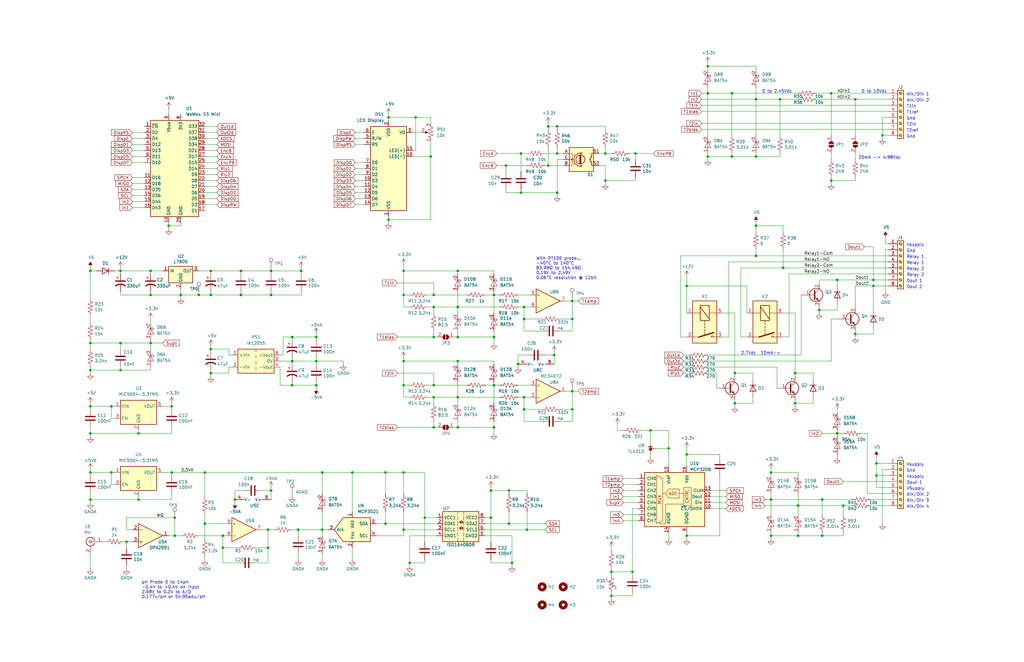
<source format=kicad_sch>
(kicad_sch (version 20230121) (generator eeschema)
  (paper "B")
  (title_block (title "025-010 SymbCtrl") (date "2022-01-26") (rev "B") (company "Symbrosia") (comment 1 "A. Cooper"))
  (junction (at 38.1 114.3))
  (junction (at 193.04 142.24))
  (junction (at 76.2 124.46))
  (junction (at 193.04 167.64))
  (junction (at 170.18 124.46))
  (junction (at 182.88 142.24))
  (junction (at 38.1 199.39))
  (junction (at 214.63 207.01))
  (junction (at 318.77 107.95))
  (junction (at 58.42 210.82))
  (junction (at 193.04 114.3))
  (junction (at 231.14 53.34))
  (junction (at 73.66 226.06))
  (junction (at 318.77 66.04))
  (junction (at 123.19 162.56))
  (junction (at 133.35 142.24))
  (junction (at 257.81 251.46))
  (junction (at 38.1 182.88))
  (junction (at 170.18 114.3))
  (junction (at 181.61 66.04))
  (junction (at 241.3 172.72))
  (junction (at 308.61 66.04))
  (junction (at 336.55 213.36))
  (junction (at 328.93 41.91))
  (junction (at 266.7 241.3))
  (junction (at 148.59 199.39))
  (junction (at 63.5 124.46))
  (junction (at 182.88 124.46))
  (junction (at 114.3 124.46))
  (junction (at 88.9 157.48))
  (junction (at 38.1 210.82))
  (junction (at 218.44 153.67))
  (junction (at 346.71 226.06))
  (junction (at 53.34 228.6))
  (junction (at 241.3 165.1))
  (junction (at 234.95 64.77))
  (junction (at 368.3 118.11))
  (junction (at 207.01 218.44))
  (junction (at 281.94 189.23))
  (junction (at 335.28 170.18))
  (junction (at 113.03 231.14))
  (junction (at 298.45 27.94))
  (junction (at 88.9 147.32))
  (junction (at 182.88 167.64))
  (junction (at 127 114.3))
  (junction (at 175.26 49.53))
  (junction (at 308.61 39.37))
  (junction (at 101.6 114.3))
  (junction (at 325.12 199.39))
  (junction (at 335.28 157.48))
  (junction (at 182.88 129.54))
  (junction (at 208.28 180.34))
  (junction (at 257.81 241.3))
  (junction (at 113.03 223.52))
  (junction (at 353.06 182.88))
  (junction (at 83.82 124.46))
  (junction (at 162.56 199.39))
  (junction (at 63.5 144.78))
  (junction (at 88.9 124.46))
  (junction (at 86.36 199.39))
  (junction (at 220.98 134.62))
  (junction (at 208.28 162.56))
  (junction (at 330.2 113.03))
  (junction (at 345.44 130.81))
  (junction (at 220.98 172.72))
  (junction (at 93.98 231.14))
  (junction (at 353.06 118.11))
  (junction (at 38.1 144.78))
  (junction (at 46.99 199.39))
  (junction (at 135.89 223.52))
  (junction (at 219.71 81.28))
  (junction (at 309.88 157.48))
  (junction (at 72.39 171.45))
  (junction (at 88.9 114.3))
  (junction (at 179.07 218.44))
  (junction (at 63.5 114.3))
  (junction (at 372.11 57.15))
  (junction (at 289.56 120.65))
  (junction (at 193.04 129.54))
  (junction (at 123.19 152.4))
  (junction (at 162.56 220.98))
  (junction (at 274.32 181.61))
  (junction (at 336.55 226.06))
  (junction (at 360.68 41.91))
  (junction (at 86.36 220.98))
  (junction (at 215.9 237.49))
  (junction (at 114.3 207.01))
  (junction (at 133.35 152.4))
  (junction (at 101.6 124.46))
  (junction (at 207.01 207.01))
  (junction (at 219.71 64.77))
  (junction (at 369.57 195.58))
  (junction (at 123.19 142.24))
  (junction (at 208.28 142.24))
  (junction (at 99.06 210.82))
  (junction (at 309.88 170.18))
  (junction (at 170.18 162.56))
  (junction (at 355.6 213.36))
  (junction (at 368.3 120.65))
  (junction (at 182.88 180.34))
  (junction (at 193.04 180.34))
  (junction (at 233.68 149.86))
  (junction (at 213.36 69.85))
  (junction (at 231.14 69.85))
  (junction (at 50.8 114.3))
  (junction (at 255.27 64.77))
  (junction (at 172.72 237.49))
  (junction (at 125.73 223.52))
  (junction (at 267.97 64.77))
  (junction (at 214.63 220.98))
  (junction (at 350.52 76.2))
  (junction (at 298.45 66.04))
  (junction (at 318.77 95.25))
  (junction (at 170.18 152.4))
  (junction (at 325.12 226.06))
  (junction (at 135.89 199.39))
  (junction (at 193.04 152.4))
  (junction (at 50.8 156.21))
  (junction (at 170.18 199.39))
  (junction (at 325.12 210.82))
  (junction (at 360.68 140.97))
  (junction (at 346.71 210.82))
  (junction (at 50.8 144.78))
  (junction (at 220.98 129.54))
  (junction (at 298.45 39.37))
  (junction (at 163.83 92.71))
  (junction (at 255.27 76.2))
  (junction (at 208.28 124.46))
  (junction (at 318.77 41.91))
  (junction (at 289.56 226.06))
  (junction (at 38.1 156.21))
  (junction (at 170.18 223.52))
  (junction (at 163.83 49.53))
  (junction (at 93.98 226.06))
  (junction (at 72.39 199.39))
  (junction (at 133.35 162.56))
  (junction (at 46.99 171.45))
  (junction (at 71.12 95.25))
  (junction (at 58.42 182.88))
  (junction (at 241.3 127))
  (junction (at 241.3 134.62))
  (junction (at 220.98 167.64))
  (junction (at 350.52 39.37))
  (junction (at 234.95 53.34))
  (junction (at 73.66 218.44))
  (junction (at 182.88 162.56))
  (junction (at 289.56 191.77))
  (junction (at 222.25 223.52))
  (junction (at 234.95 81.28))
  (junction (at 369.57 200.66))
  (junction (at 114.3 114.3))
  (junction (at 38.1 171.45))
  (wire (pts (xy 208.28 139.7) (xy 208.28 142.24)))
  (wire (pts (xy 73.66 218.44) (xy 73.66 226.06)))
  (wire (pts (xy 318.77 41.91) (xy 328.93 41.91)))
  (wire (pts (xy 149.86 71.12) (xy 153.67 71.12)))
  (wire (pts (xy 288.29 154.94) (xy 290.83 154.94)))
  (wire (pts (xy 330.2 132.08) (xy 335.28 132.08)))
  (wire (pts (xy 50.8 123.19) (xy 50.8 124.46)))
  (wire (pts (xy 262.89 201.93) (xy 269.24 201.93)))
  (wire (pts (xy 193.04 167.64) (xy 193.04 170.18)))
  (wire (pts (xy 72.39 171.45) (xy 72.39 172.72)))
  (wire (pts (xy 213.36 69.85) (xy 209.55 69.85)))
  (wire (pts (xy 38.1 233.68) (xy 38.1 240.03)))
  (wire (pts (xy 214.63 207.01) (xy 207.01 207.01)))
  (wire (pts (xy 72.39 210.82) (xy 72.39 208.28)))
  (wire (pts (xy 163.83 92.71) (xy 163.83 93.98)))
  (wire (pts (xy 38.1 208.28) (xy 38.1 210.82)))
  (wire (pts (xy 88.9 114.3) (xy 101.6 114.3)))
  (wire (pts (xy 234.95 53.34) (xy 255.27 53.34)))
  (wire (pts (xy 179.07 218.44) (xy 184.15 218.44)))
  (wire (pts (xy 373.38 123.19) (xy 373.38 105.41)))
  (wire (pts (xy 374.65 115.57) (xy 332.74 115.57)))
  (wire (pts (xy 218.44 129.54) (xy 220.98 129.54)))
  (wire (pts (xy 365.76 208.28) (xy 374.65 208.28)))
  (wire (pts (xy 58.42 182.88) (xy 72.39 182.88)))
  (wire (pts (xy 55.88 223.52) (xy 53.34 223.52)))
  (wire (pts (xy 236.22 134.62) (xy 241.3 134.62)))
  (wire (pts (xy 318.77 95.25) (xy 318.77 97.79)))
  (wire (pts (xy 38.1 182.88) (xy 38.1 184.15)))
  (wire (pts (xy 325.12 210.82) (xy 325.12 217.17)))
  (wire (pts (xy 360.68 41.91) (xy 374.65 41.91)))
  (wire (pts (xy 170.18 162.56) (xy 170.18 167.64)))
  (wire (pts (xy 295.91 41.91) (xy 318.77 41.91)))
  (wire (pts (xy 298.45 66.04) (xy 308.61 66.04)))
  (wire (pts (xy 172.72 124.46) (xy 170.18 124.46)))
  (wire (pts (xy 298.45 26.67) (xy 298.45 27.94)))
  (wire (pts (xy 368.3 118.11) (xy 374.65 118.11)))
  (wire (pts (xy 53.34 228.6) (xy 55.88 228.6)))
  (wire (pts (xy 208.28 124.46) (xy 208.28 132.08)))
  (wire (pts (xy 127 124.46) (xy 127 123.19)))
  (wire (pts (xy 325.12 199.39) (xy 325.12 200.66)))
  (wire (pts (xy 63.5 143.51) (xy 63.5 144.78)))
  (wire (pts (xy 86.36 234.95) (xy 86.36 236.22)))
  (wire (pts (xy 193.04 129.54) (xy 210.82 129.54)))
  (wire (pts (xy 241.3 127) (xy 238.76 127)))
  (wire (pts (xy 133.35 162.56) (xy 133.35 161.29)))
  (wire (pts (xy 55.88 63.5) (xy 60.96 63.5)))
  (wire (pts (xy 374.65 120.65) (xy 368.3 120.65)))
  (wire (pts (xy 158.75 220.98) (xy 162.56 220.98)))
  (wire (pts (xy 63.5 115.57) (xy 63.5 114.3)))
  (wire (pts (xy 336.55 226.06) (xy 336.55 224.79)))
  (wire (pts (xy 309.88 170.18) (xy 309.88 171.45)))
  (wire (pts (xy 180.34 162.56) (xy 182.88 162.56)))
  (wire (pts (xy 53.34 218.44) (xy 73.66 218.44)))
  (wire (pts (xy 118.11 152.4) (xy 123.19 152.4)))
  (wire (pts (xy 374.65 200.66) (xy 369.57 200.66)))
  (wire (pts (xy 179.07 218.44) (xy 179.07 228.6)))
  (wire (pts (xy 342.9 167.64) (xy 342.9 170.18)))
  (wire (pts (xy 360.68 120.65) (xy 360.68 129.54)))
  (wire (pts (xy 123.19 152.4) (xy 123.19 153.67)))
  (wire (pts (xy 63.5 124.46) (xy 76.2 124.46)))
  (wire (pts (xy 335.28 157.48) (xy 335.28 158.75)))
  (wire (pts (xy 214.63 207.01) (xy 214.63 208.28)))
  (wire (pts (xy 180.34 167.64) (xy 182.88 167.64)))
  (wire (pts (xy 332.74 115.57) (xy 332.74 142.24)))
  (wire (pts (xy 367.03 213.36) (xy 374.65 213.36)))
  (wire (pts (xy 304.8 142.24) (xy 307.34 142.24)))
  (wire (pts (xy 207.01 218.44) (xy 207.01 228.6)))
  (wire (pts (xy 304.8 132.08) (xy 309.88 132.08)))
  (wire (pts (xy 63.5 123.19) (xy 63.5 124.46)))
  (wire (pts (xy 367.03 210.82) (xy 374.65 210.82)))
  (wire (pts (xy 276.86 189.23) (xy 281.94 189.23)))
  (wire (pts (xy 298.45 64.77) (xy 298.45 66.04)))
  (wire (pts (xy 86.36 76.2) (xy 91.44 76.2)))
  (wire (pts (xy 368.3 138.43) (xy 368.3 140.97)))
  (wire (pts (xy 38.1 156.21) (xy 38.1 157.48)))
  (wire (pts (xy 50.8 114.3) (xy 63.5 114.3)))
  (wire (pts (xy 207.01 205.74) (xy 207.01 207.01)))
  (wire (pts (xy 50.8 156.21) (xy 50.8 154.94)))
  (wire (pts (xy 255.27 62.23) (xy 255.27 64.77)))
  (wire (pts (xy 344.17 41.91) (xy 360.68 41.91)))
  (wire (pts (xy 228.6 139.7) (xy 220.98 139.7)))
  (wire (pts (xy 182.88 142.24) (xy 167.64 142.24)))
  (wire (pts (xy 38.1 147.32) (xy 38.1 144.78)))
  (wire (pts (xy 325.12 226.06) (xy 325.12 227.33)))
  (wire (pts (xy 208.28 142.24) (xy 208.28 144.78)))
  (wire (pts (xy 241.3 134.62) (xy 241.3 127)))
  (wire (pts (xy 231.14 53.34) (xy 234.95 53.34)))
  (wire (pts (xy 125.73 233.68) (xy 125.73 236.22)))
  (wire (pts (xy 149.86 81.28) (xy 153.67 81.28)))
  (wire (pts (xy 163.83 49.53) (xy 163.83 50.8)))
  (wire (pts (xy 288.29 157.48) (xy 290.83 157.48)))
  (wire (pts (xy 162.56 220.98) (xy 184.15 220.98)))
  (wire (pts (xy 58.42 210.82) (xy 72.39 210.82)))
  (wire (pts (xy 93.98 231.14) (xy 93.98 226.06)))
  (wire (pts (xy 55.88 68.58) (xy 60.96 68.58)))
  (wire (pts (xy 38.1 171.45) (xy 38.1 172.72)))
  (wire (pts (xy 369.57 205.74) (xy 369.57 200.66)))
  (wire (pts (xy 72.39 199.39) (xy 72.39 200.66)))
  (wire (pts (xy 88.9 157.48) (xy 88.9 158.75)))
  (wire (pts (xy 170.18 199.39) (xy 170.18 208.28)))
  (wire (pts (xy 231.14 53.34) (xy 231.14 54.61)))
  (wire (pts (xy 86.36 217.17) (xy 86.36 220.98)))
  (wire (pts (xy 135.89 199.39) (xy 135.89 208.28)))
  (wire (pts (xy 322.58 210.82) (xy 325.12 210.82)))
  (wire (pts (xy 113.03 223.52) (xy 115.57 223.52)))
  (wire (pts (xy 208.28 180.34) (xy 208.28 182.88)))
  (wire (pts (xy 234.95 64.77) (xy 237.49 64.77)))
  (wire (pts (xy 353.06 118.11) (xy 345.44 118.11)))
  (wire (pts (xy 222.25 207.01) (xy 214.63 207.01)))
  (wire (pts (xy 191.77 142.24) (xy 193.04 142.24)))
  (wire (pts (xy 350.52 39.37) (xy 374.65 39.37)))
  (wire (pts (xy 318.77 66.04) (xy 328.93 66.04)))
  (wire (pts (xy 298.45 152.4) (xy 350.52 152.4)))
  (wire (pts (xy 153.67 55.88) (xy 149.86 55.88)))
  (wire (pts (xy 220.98 134.62) (xy 228.6 134.62)))
  (wire (pts (xy 55.88 74.93) (xy 60.96 74.93)))
  (wire (pts (xy 346.71 182.88) (xy 353.06 182.88)))
  (wire (pts (xy 46.99 199.39) (xy 48.26 199.39)))
  (wire (pts (xy 365.76 182.88) (xy 365.76 208.28)))
  (wire (pts (xy 233.68 149.86) (xy 229.87 149.86)))
  (wire (pts (xy 182.88 119.38) (xy 182.88 124.46)))
  (wire (pts (xy 299.72 212.09) (xy 306.07 212.09)))
  (wire (pts (xy 83.82 226.06) (xy 93.98 226.06)))
  (wire (pts (xy 123.19 152.4) (xy 133.35 152.4)))
  (wire (pts (xy 208.28 123.19) (xy 208.28 124.46)))
  (wire (pts (xy 182.88 162.56) (xy 196.85 162.56)))
  (wire (pts (xy 318.77 93.98) (xy 318.77 95.25)))
  (wire (pts (xy 96.52 157.48) (xy 88.9 157.48)))
  (wire (pts (xy 222.25 149.86) (xy 218.44 149.86)))
  (wire (pts (xy 170.18 111.76) (xy 170.18 114.3)))
  (wire (pts (xy 281.94 189.23) (xy 281.94 196.85)))
  (wire (pts (xy 123.19 142.24) (xy 123.19 143.51)))
  (wire (pts (xy 72.39 182.88) (xy 72.39 180.34)))
  (wire (pts (xy 345.44 118.11) (xy 345.44 119.38)))
  (wire (pts (xy 114.3 210.82) (xy 114.3 207.01)))
  (wire (pts (xy 113.03 223.52) (xy 110.49 223.52)))
  (wire (pts (xy 170.18 162.56) (xy 170.18 152.4)))
  (wire (pts (xy 207.01 237.49) (xy 215.9 237.49)))
  (wire (pts (xy 88.9 146.05) (xy 88.9 147.32)))
  (wire (pts (xy 208.28 162.56) (xy 208.28 170.18)))
  (wire (pts (xy 325.12 210.82) (xy 346.71 210.82)))
  (wire (pts (xy 179.07 199.39) (xy 179.07 218.44)))
  (wire (pts (xy 220.98 167.64) (xy 223.52 167.64)))
  (wire (pts (xy 295.91 54.61) (xy 374.65 54.61)))
  (wire (pts (xy 113.03 237.49) (xy 107.95 237.49)))
  (wire (pts (xy 314.96 142.24) (xy 312.42 142.24)))
  (wire (pts (xy 345.44 129.54) (xy 345.44 130.81)))
  (wire (pts (xy 350.52 134.62) (xy 353.06 134.62)))
  (wire (pts (xy 93.98 231.14) (xy 93.98 237.49)))
  (wire (pts (xy 173.99 66.04) (xy 181.61 66.04)))
  (wire (pts (xy 53.34 223.52) (xy 53.34 218.44)))
  (wire (pts (xy 170.18 223.52) (xy 184.15 223.52)))
  (wire (pts (xy 123.19 208.28) (xy 123.19 209.55)))
  (wire (pts (xy 102.87 207.01) (xy 99.06 207.01)))
  (wire (pts (xy 308.61 66.04) (xy 308.61 64.77)))
  (wire (pts (xy 88.9 147.32) (xy 88.9 148.59)))
  (wire (pts (xy 360.68 74.93) (xy 360.68 76.2)))
  (wire (pts (xy 173.99 55.88) (xy 177.8 55.88)))
  (wire (pts (xy 257.81 250.19) (xy 257.81 251.46)))
  (wire (pts (xy 55.88 85.09) (xy 60.96 85.09)))
  (wire (pts (xy 215.9 226.06) (xy 215.9 237.49)))
  (wire (pts (xy 346.71 226.06) (xy 355.6 226.06)))
  (wire (pts (xy 68.58 199.39) (xy 72.39 199.39)))
  (wire (pts (xy 63.5 156.21) (xy 63.5 154.94)))
  (wire (pts (xy 114.3 124.46) (xy 114.3 123.19)))
  (wire (pts (xy 288.29 152.4) (xy 290.83 152.4)))
  (wire (pts (xy 368.3 104.14) (xy 368.3 118.11)))
  (wire (pts (xy 215.9 237.49) (xy 215.9 238.76)))
  (wire (pts (xy 267.97 64.77) (xy 275.59 64.77)))
  (wire (pts (xy 170.18 114.3) (xy 193.04 114.3)))
  (wire (pts (xy 257.81 251.46) (xy 266.7 251.46)))
  (wire (pts (xy 318.77 29.21) (xy 318.77 27.94)))
  (wire (pts (xy 220.98 134.62) (xy 220.98 129.54)))
  (wire (pts (xy 287.02 107.95) (xy 287.02 142.24)))
  (wire (pts (xy 318.77 95.25) (xy 330.2 95.25)))
  (wire (pts (xy 353.06 172.72) (xy 353.06 173.99)))
  (wire (pts (xy 193.04 139.7) (xy 193.04 142.24)))
  (wire (pts (xy 208.28 114.3) (xy 208.28 115.57)))
  (wire (pts (xy 229.87 69.85) (xy 231.14 69.85)))
  (wire (pts (xy 97.79 149.86) (xy 96.52 149.86)))
  (wire (pts (xy 241.3 163.83) (xy 241.3 165.1)))
  (wire (pts (xy 172.72 238.76) (xy 172.72 237.49)))
  (wire (pts (xy 218.44 149.86) (xy 218.44 153.67)))
  (wire (pts (xy 170.18 152.4) (xy 170.18 151.13)))
  (wire (pts (xy 318.77 41.91) (xy 318.77 57.15)))
  (wire (pts (xy 309.88 157.48) (xy 309.88 158.75)))
  (wire (pts (xy 308.61 39.37) (xy 298.45 39.37)))
  (wire (pts (xy 328.93 41.91) (xy 336.55 41.91)))
  (wire (pts (xy 167.64 157.48) (xy 182.88 157.48)))
  (wire (pts (xy 353.06 118.11) (xy 368.3 118.11)))
  (wire (pts (xy 83.82 114.3) (xy 88.9 114.3)))
  (wire (pts (xy 218.44 153.67) (xy 218.44 154.94)))
  (wire (pts (xy 181.61 49.53) (xy 181.61 52.07)))
  (wire (pts (xy 55.88 60.96) (xy 60.96 60.96)))
  (wire (pts (xy 193.04 167.64) (xy 210.82 167.64)))
  (wire (pts (xy 325.12 208.28) (xy 325.12 210.82)))
  (wire (pts (xy 182.88 132.08) (xy 182.88 129.54)))
  (wire (pts (xy 55.88 77.47) (xy 60.96 77.47)))
  (wire (pts (xy 149.86 78.74) (xy 153.67 78.74)))
  (wire (pts (xy 40.64 114.3) (xy 38.1 114.3)))
  (wire (pts (xy 353.06 182.88) (xy 355.6 182.88)))
  (wire (pts (xy 295.91 52.07) (xy 374.65 52.07)))
  (wire (pts (xy 330.2 142.24) (xy 332.74 142.24)))
  (wire (pts (xy 322.58 213.36) (xy 336.55 213.36)))
  (wire (pts (xy 46.99 199.39) (xy 46.99 204.47)))
  (wire (pts (xy 353.06 130.81) (xy 345.44 130.81)))
  (wire (pts (xy 298.45 36.83) (xy 298.45 39.37)))
  (wire (pts (xy 179.07 199.39) (xy 170.18 199.39)))
  (wire (pts (xy 360.68 76.2) (xy 350.52 76.2)))
  (wire (pts (xy 342.9 170.18) (xy 335.28 170.18)))
  (wire (pts (xy 308.61 39.37) (xy 308.61 57.15)))
  (wire (pts (xy 86.36 66.04) (xy 91.44 66.04)))
  (wire (pts (xy 193.04 177.8) (xy 193.04 180.34)))
  (wire (pts (xy 101.6 114.3) (xy 101.6 115.57)))
  (wire (pts (xy 262.89 217.17) (xy 269.24 217.17)))
  (wire (pts (xy 162.56 199.39) (xy 162.56 208.28)))
  (wire (pts (xy 289.56 191.77) (xy 303.53 191.77)))
  (wire (pts (xy 289.56 226.06) (xy 303.53 226.06)))
  (wire (pts (xy 236.22 172.72) (xy 241.3 172.72)))
  (wire (pts (xy 228.6 177.8) (xy 220.98 177.8)))
  (wire (pts (xy 262.89 219.71) (xy 269.24 219.71)))
  (wire (pts (xy 222.25 64.77) (xy 219.71 64.77)))
  (wire (pts (xy 114.3 124.46) (xy 127 124.46)))
  (wire (pts (xy 208.28 124.46) (xy 210.82 124.46)))
  (wire (pts (xy 355.6 203.2) (xy 374.65 203.2)))
  (wire (pts (xy 234.95 62.23) (xy 234.95 64.77)))
  (wire (pts (xy 220.98 172.72) (xy 220.98 167.64)))
  (wire (pts (xy 372.11 198.12) (xy 374.65 198.12)))
  (wire (pts (xy 83.82 124.46) (xy 88.9 124.46)))
  (wire (pts (xy 241.3 165.1) (xy 243.84 165.1)))
  (wire (pts (xy 167.64 119.38) (xy 182.88 119.38)))
  (wire (pts (xy 233.68 149.86) (xy 233.68 148.59)))
  (wire (pts (xy 266.7 250.19) (xy 266.7 251.46)))
  (wire (pts (xy 303.53 200.66) (xy 303.53 226.06)))
  (wire (pts (xy 179.07 236.22) (xy 179.07 237.49)))
  (wire (pts (xy 182.88 124.46) (xy 180.34 124.46)))
  (wire (pts (xy 50.8 124.46) (xy 63.5 124.46)))
  (wire (pts (xy 298.45 66.04) (xy 298.45 67.31)))
  (wire (pts (xy 360.68 41.91) (xy 360.68 57.15)))
  (wire (pts (xy 231.14 62.23) (xy 231.14 69.85)))
  (wire (pts (xy 220.98 177.8) (xy 220.98 172.72)))
  (wire (pts (xy 219.71 64.77) (xy 219.71 72.39)))
  (wire (pts (xy 274.32 181.61) (xy 281.94 181.61)))
  (wire (pts (xy 76.2 124.46) (xy 83.82 124.46)))
  (wire (pts (xy 325.12 226.06) (xy 336.55 226.06)))
  (wire (pts (xy 114.3 114.3) (xy 127 114.3)))
  (wire (pts (xy 289.56 224.79) (xy 289.56 226.06)))
  (wire (pts (xy 369.57 200.66) (xy 369.57 195.58)))
  (wire (pts (xy 193.04 114.3) (xy 208.28 114.3)))
  (wire (pts (xy 344.17 39.37) (xy 350.52 39.37)))
  (wire (pts (xy 257.81 241.3) (xy 257.81 240.03)))
  (wire (pts (xy 182.88 157.48) (xy 182.88 162.56)))
  (wire (pts (xy 125.73 223.52) (xy 123.19 223.52)))
  (wire (pts (xy 374.65 102.87) (xy 373.38 102.87)))
  (wire (pts (xy 317.5 157.48) (xy 309.88 157.48)))
  (wire (pts (xy 55.88 82.55) (xy 60.96 82.55)))
  (wire (pts (xy 72.39 170.18) (xy 72.39 171.45)))
  (wire (pts (xy 274.32 181.61) (xy 274.32 186.69)))
  (wire (pts (xy 270.51 181.61) (xy 274.32 181.61)))
  (wire (pts (xy 55.88 58.42) (xy 60.96 58.42)))
  (wire (pts (xy 48.26 114.3) (xy 50.8 114.3)))
  (wire (pts (xy 58.42 209.55) (xy 58.42 210.82)))
  (wire (pts (xy 299.72 209.55) (xy 306.07 209.55)))
  (wire (pts (xy 214.63 220.98) (xy 229.87 220.98)))
  (wire (pts (xy 289.56 120.65) (xy 289.56 132.08)))
  (wire (pts (xy 99.06 210.82) (xy 99.06 212.09)))
  (wire (pts (xy 99.06 207.01) (xy 99.06 210.82)))
  (wire (pts (xy 193.04 115.57) (xy 193.04 114.3)))
  (wire (pts (xy 88.9 124.46) (xy 88.9 123.19)))
  (wire (pts (xy 207.01 236.22) (xy 207.01 237.49)))
  (wire (pts (xy 330.2 97.79) (xy 330.2 95.25)))
  (wire (pts (xy 182.88 124.46) (xy 196.85 124.46)))
  (wire (pts (xy 73.66 226.06) (xy 76.2 226.06)))
  (wire (pts (xy 288.29 149.86) (xy 290.83 149.86)))
  (wire (pts (xy 353.06 191.77) (xy 353.06 193.04)))
  (wire (pts (xy 114.3 114.3) (xy 114.3 115.57)))
  (wire (pts (xy 133.35 142.24) (xy 133.35 140.97)))
  (wire (pts (xy 193.04 129.54) (xy 193.04 132.08)))
  (wire (pts (xy 93.98 237.49) (xy 100.33 237.49)))
  (wire (pts (xy 219.71 81.28) (xy 234.95 81.28)))
  (wire (pts (xy 350.52 74.93) (xy 350.52 76.2)))
  (wire (pts (xy 86.36 53.34) (xy 91.44 53.34)))
  (wire (pts (xy 175.26 49.53) (xy 175.26 63.5)))
  (wire (pts (xy 346.71 210.82) (xy 359.41 210.82)))
  (wire (pts (xy 88.9 124.46) (xy 101.6 124.46)))
  (wire (pts (xy 170.18 114.3) (xy 170.18 124.46)))
  (wire (pts (xy 170.18 199.39) (xy 162.56 199.39)))
  (wire (pts (xy 262.89 212.09) (xy 269.24 212.09)))
  (wire (pts (xy 38.1 156.21) (xy 50.8 156.21)))
  (wire (pts (xy 38.1 154.94) (xy 38.1 156.21)))
  (wire (pts (xy 325.12 224.79) (xy 325.12 226.06)))
  (wire (pts (xy 58.42 181.61) (xy 58.42 182.88)))
  (wire (pts (xy 50.8 114.3) (xy 50.8 113.03)))
  (wire (pts (xy 101.6 114.3) (xy 114.3 114.3)))
  (wire (pts (xy 266.7 242.57) (xy 266.7 241.3)))
  (wire (pts (xy 350.52 76.2) (xy 350.52 77.47)))
  (wire (pts (xy 119.38 149.86) (xy 119.38 142.24)))
  (wire (pts (xy 170.18 223.52) (xy 170.18 226.06)))
  (wire (pts (xy 372.11 57.15) (xy 372.11 49.53)))
  (wire (pts (xy 314.96 120.65) (xy 289.56 120.65)))
  (wire (pts (xy 38.1 210.82) (xy 58.42 210.82)))
  (wire (pts (xy 182.88 167.64) (xy 193.04 167.64)))
  (wire (pts (xy 113.03 231.14) (xy 113.03 237.49)))
  (wire (pts (xy 204.47 226.06) (xy 215.9 226.06)))
  (wire (pts (xy 43.18 228.6) (xy 44.45 228.6)))
  (wire (pts (xy 135.89 215.9) (xy 135.89 223.52)))
  (wire (pts (xy 71.12 95.25) (xy 76.2 95.25)))
  (wire (pts (xy 38.1 180.34) (xy 38.1 182.88)))
  (wire (pts (xy 364.49 104.14) (xy 368.3 104.14)))
  (wire (pts (xy 86.36 86.36) (xy 91.44 86.36)))
  (wire (pts (xy 55.88 55.88) (xy 60.96 55.88)))
  (wire (pts (xy 149.86 60.96) (xy 153.67 60.96)))
  (wire (pts (xy 72.39 199.39) (xy 86.36 199.39)))
  (wire (pts (xy 234.95 81.28) (xy 234.95 82.55)))
  (wire (pts (xy 114.3 113.03) (xy 114.3 114.3)))
  (wire (pts (xy 193.04 152.4) (xy 208.28 152.4)))
  (wire (pts (xy 218.44 162.56) (xy 223.52 162.56)))
  (wire (pts (xy 38.1 114.3) (xy 38.1 125.73)))
  (wire (pts (xy 125.73 223.52) (xy 135.89 223.52)))
  (wire (pts (xy 325.12 198.12) (xy 325.12 199.39)))
  (wire (pts (xy 262.89 207.01) (xy 269.24 207.01)))
  (wire (pts (xy 208.28 161.29) (xy 208.28 162.56)))
  (wire (pts (xy 219.71 80.01) (xy 219.71 81.28)))
  (wire (pts (xy 148.59 231.14) (xy 148.59 236.22)))
  (wire (pts (xy 298.45 154.94) (xy 327.66 154.94)))
  (wire (pts (xy 63.5 144.78) (xy 68.58 144.78)))
  (wire (pts (xy 374.65 57.15) (xy 372.11 57.15)))
  (wire (pts (xy 298.45 39.37) (xy 298.45 57.15)))
  (wire (pts (xy 234.95 53.34) (xy 234.95 54.61)))
  (wire (pts (xy 182.88 129.54) (xy 193.04 129.54)))
  (wire (pts (xy 193.04 142.24) (xy 208.28 142.24)))
  (wire (pts (xy 236.22 139.7) (xy 241.3 139.7)))
  (wire (pts (xy 342.9 157.48) (xy 335.28 157.48)))
  (wire (pts (xy 241.3 172.72) (xy 241.3 165.1)))
  (wire (pts (xy 38.1 144.78) (xy 38.1 143.51)))
  (wire (pts (xy 314.96 120.65) (xy 314.96 132.08)))
  (wire (pts (xy 295.91 46.99) (xy 374.65 46.99)))
  (wire (pts (xy 350.52 64.77) (xy 350.52 67.31)))
  (wire (pts (xy 213.36 81.28) (xy 219.71 81.28)))
  (wire (pts (xy 38.1 210.82) (xy 38.1 212.09)))
  (wire (pts (xy 252.73 64.77) (xy 255.27 64.77)))
  (wire (pts (xy 204.47 218.44) (xy 207.01 218.44)))
  (wire (pts (xy 298.45 39.37) (xy 295.91 39.37)))
  (wire (pts (xy 86.36 73.66) (xy 91.44 73.66)))
  (wire (pts (xy 317.5 160.02) (xy 317.5 157.48)))
  (wire (pts (xy 233.68 153.67) (xy 233.68 149.86)))
  (wire (pts (xy 257.81 251.46) (xy 257.81 252.73)))
  (wire (pts (xy 144.78 152.4) (xy 144.78 153.67)))
  (wire (pts (xy 303.53 193.04) (xy 303.53 191.77)))
  (wire (pts (xy 307.34 110.49) (xy 307.34 142.24)))
  (wire (pts (xy 373.38 105.41) (xy 374.65 105.41)))
  (wire (pts (xy 182.88 142.24) (xy 184.15 142.24)))
  (wire (pts (xy 218.44 124.46) (xy 223.52 124.46)))
  (wire (pts (xy 289.56 116.84) (xy 289.56 120.65)))
  (wire (pts (xy 133.35 152.4) (xy 133.35 153.67)))
  (wire (pts (xy 172.72 237.49) (xy 179.07 237.49)))
  (wire (pts (xy 163.83 48.26) (xy 163.83 49.53)))
  (wire (pts (xy 71.12 45.72) (xy 71.12 48.26)))
  (wire (pts (xy 100.33 231.14) (xy 93.98 231.14)))
  (wire (pts (xy 38.1 144.78) (xy 50.8 144.78)))
  (wire (pts (xy 241.3 177.8) (xy 241.3 172.72)))
  (wire (pts (xy 372.11 58.42) (xy 372.11 57.15)))
  (wire (pts (xy 287.02 142.24) (xy 289.56 142.24)))
  (wire (pts (xy 163.83 92.71) (xy 181.61 92.71)))
  (wire (pts (xy 88.9 147.32) (xy 96.52 147.32)))
  (wire (pts (xy 88.9 114.3) (xy 88.9 115.57)))
  (wire (pts (xy 309.88 168.91) (xy 309.88 170.18)))
  (wire (pts (xy 360.68 64.77) (xy 360.68 67.31)))
  (wire (pts (xy 281.94 224.79) (xy 281.94 227.33)))
  (wire (pts (xy 63.5 134.62) (xy 63.5 135.89)))
  (wire (pts (xy 180.34 129.54) (xy 182.88 129.54)))
  (wire (pts (xy 125.73 223.52) (xy 125.73 226.06)))
  (wire (pts (xy 346.71 210.82) (xy 346.71 217.17)))
  (wire (pts (xy 149.86 68.58) (xy 153.67 68.58)))
  (wire (pts (xy 163.83 91.44) (xy 163.83 92.71)))
  (wire (pts (xy 38.1 170.18) (xy 38.1 171.45)))
  (wire (pts (xy 86.36 199.39) (xy 135.89 199.39)))
  (wire (pts (xy 86.36 220.98) (xy 86.36 227.33)))
  (wire (pts (xy 123.19 151.13) (xy 123.19 152.4)))
  (wire (pts (xy 237.49 67.31) (xy 234.95 67.31)))
  (wire (pts (xy 318.77 36.83) (xy 318.77 41.91)))
  (wire (pts (xy 255.27 64.77) (xy 257.81 64.77)))
  (wire (pts (xy 222.25 69.85) (xy 213.36 69.85)))
  (wire (pts (xy 204.47 162.56) (xy 208.28 162.56)))
  (wire (pts (xy 71.12 95.25) (xy 71.12 96.52)))
  (wire (pts (xy 191.77 180.34) (xy 193.04 180.34)))
  (wire (pts (xy 193.04 161.29) (xy 193.04 167.64)))
  (wire (pts (xy 298.45 27.94) (xy 318.77 27.94)))
  (wire (pts (xy 369.57 195.58) (xy 374.65 195.58)))
  (wire (pts (xy 135.89 223.52) (xy 135.89 226.06)))
  (wire (pts (xy 374.65 205.74) (xy 369.57 205.74)))
  (wire (pts (xy 260.35 179.07) (xy 260.35 181.61)))
  (wire (pts (xy 219.71 64.77) (xy 209.55 64.77)))
  (wire (pts (xy 353.06 182.88) (xy 353.06 184.15)))
  (wire (pts (xy 182.88 170.18) (xy 182.88 167.64)))
  (wire (pts (xy 359.41 213.36) (xy 355.6 213.36)))
  (wire (pts (xy 267.97 74.93) (xy 267.97 76.2)))
  (wire (pts (xy 342.9 160.02) (xy 342.9 157.48)))
  (wire (pts (xy 135.89 199.39) (xy 148.59 199.39)))
  (wire (pts (xy 363.22 182.88) (xy 365.76 182.88)))
  (wire (pts (xy 336.55 208.28) (xy 336.55 213.36)))
  (wire (pts (xy 241.3 165.1) (xy 238.76 165.1)))
  (wire (pts (xy 86.36 71.12) (xy 91.44 71.12)))
  (wire (pts (xy 76.2 125.73) (xy 76.2 124.46)))
  (wire (pts (xy 207.01 207.01) (xy 207.01 218.44)))
  (wire (pts (xy 328.93 66.04) (xy 328.93 64.77)))
  (wire (pts (xy 107.95 231.14) (xy 113.03 231.14)))
  (wire (pts (xy 71.12 93.98) (xy 71.12 95.25)))
  (wire (pts (xy 50.8 156.21) (xy 63.5 156.21)))
  (wire (pts (xy 220.98 172.72) (xy 228.6 172.72)))
  (wire (pts (xy 208.28 153.67) (xy 208.28 152.4)))
  (wire (pts (xy 133.35 162.56) (xy 133.35 163.83)))
  (wire (pts (xy 135.89 233.68) (xy 135.89 236.22)))
  (wire (pts (xy 182.88 177.8) (xy 182.88 180.34)))
  (wire (pts (xy 241.3 127) (xy 243.84 127)))
  (wire (pts (xy 86.36 199.39) (xy 86.36 209.55)))
  (wire (pts (xy 86.36 58.42) (xy 91.44 58.42)))
  (wire (pts (xy 374.65 113.03) (xy 330.2 113.03)))
  (wire (pts (xy 214.63 220.98) (xy 214.63 215.9)))
  (wire (pts (xy 148.59 199.39) (xy 148.59 215.9)))
  (wire (pts (xy 53.34 240.03) (xy 53.34 238.76)))
  (wire (pts (xy 222.25 208.28) (xy 222.25 207.01)))
  (wire (pts (xy 46.99 171.45) (xy 46.99 176.53)))
  (wire (pts (xy 149.86 73.66) (xy 153.67 73.66)))
  (wire (pts (xy 38.1 199.39) (xy 46.99 199.39)))
  (wire (pts (xy 123.19 161.29) (xy 123.19 162.56)))
  (wire (pts (xy 118.11 162.56) (xy 123.19 162.56)))
  (wire (pts (xy 55.88 87.63) (xy 60.96 87.63)))
  (wire (pts (xy 63.5 144.78) (xy 63.5 147.32)))
  (wire (pts (xy 335.28 170.18) (xy 335.28 171.45)))
  (wire (pts (xy 55.88 80.01) (xy 60.96 80.01)))
  (wire (pts (xy 170.18 215.9) (xy 170.18 223.52)))
  (wire (pts (xy 298.45 27.94) (xy 298.45 29.21)))
  (wire (pts (xy 309.88 132.08) (xy 309.88 157.48)))
  (wire (pts (xy 149.86 83.82) (xy 153.67 83.82)))
  (wire (pts (xy 330.2 113.03) (xy 312.42 113.03)))
  (wire (pts (xy 114.3 207.01) (xy 114.3 205.74)))
  (wire (pts (xy 118.11 154.94) (xy 118.11 162.56)))
  (wire (pts (xy 336.55 213.36) (xy 336.55 217.17)))
  (wire (pts (xy 325.12 199.39) (xy 336.55 199.39)))
  (wire (pts (xy 175.26 63.5) (xy 173.99 63.5)))
  (wire (pts (xy 170.18 124.46) (xy 170.18 129.54)))
  (wire (pts (xy 312.42 113.03) (xy 312.42 142.24)))
  (wire (pts (xy 353.06 128.27) (xy 353.06 130.81)))
  (wire (pts (xy 289.56 191.77) (xy 289.56 196.85)))
  (wire (pts (xy 88.9 156.21) (xy 88.9 157.48)))
  (wire (pts (xy 172.72 237.49) (xy 172.72 226.06)))
  (wire (pts (xy 53.34 228.6) (xy 53.34 231.14)))
  (wire (pts (xy 113.03 231.14) (xy 113.03 223.52)))
  (wire (pts (xy 368.3 120.65) (xy 368.3 130.81)))
  (wire (pts (xy 86.36 63.5) (xy 91.44 63.5)))
  (wire (pts (xy 93.98 226.06) (xy 95.25 226.06)))
  (wire (pts (xy 299.72 207.01) (xy 306.07 207.01)))
  (wire (pts (xy 163.83 49.53) (xy 175.26 49.53)))
  (wire (pts (xy 127 114.3) (xy 127 115.57)))
  (wire (pts (xy 86.36 68.58) (xy 91.44 68.58)))
  (wire (pts (xy 360.68 140.97) (xy 360.68 139.7)))
  (wire (pts (xy 149.86 86.36) (xy 153.67 86.36)))
  (wire (pts (xy 335.28 132.08) (xy 335.28 157.48)))
  (wire (pts (xy 208.28 162.56) (xy 210.82 162.56)))
  (wire (pts (xy 76.2 93.98) (xy 76.2 95.25)))
  (wire (pts (xy 50.8 115.57) (xy 50.8 114.3)))
  (wire (pts (xy 317.5 167.64) (xy 317.5 170.18)))
  (wire (pts (xy 96.52 154.94) (xy 96.52 157.48)))
  (wire (pts (xy 204.47 124.46) (xy 208.28 124.46)))
  (wire (pts (xy 368.3 120.65) (xy 360.68 120.65)))
  (wire (pts (xy 86.36 55.88) (xy 91.44 55.88)))
  (wire (pts (xy 353.06 120.65) (xy 353.06 118.11)))
  (wire (pts (xy 213.36 80.01) (xy 213.36 81.28)))
  (wire (pts (xy 355.6 213.36) (xy 336.55 213.36)))
  (wire (pts (xy 353.06 181.61) (xy 353.06 182.88)))
  (wire (pts (xy 317.5 170.18) (xy 309.88 170.18)))
  (wire (pts (xy 119.38 142.24) (xy 123.19 142.24)))
  (wire (pts (xy 149.86 58.42) (xy 153.67 58.42)))
  (wire (pts (xy 162.56 215.9) (xy 162.56 220.98)))
  (wire (pts (xy 257.81 242.57) (xy 257.81 241.3)))
  (wire (pts (xy 114.3 207.01) (xy 110.49 207.01)))
  (wire (pts (xy 127 114.3) (xy 127 113.03)))
  (wire (pts (xy 222.25 223.52) (xy 229.87 223.52)))
  (wire (pts (xy 48.26 176.53) (xy 46.99 176.53)))
  (wire (pts (xy 123.19 162.56) (xy 133.35 162.56)))
  (wire (pts (xy 38.1 171.45) (xy 46.99 171.45)))
  (wire (pts (xy 208.28 177.8) (xy 208.28 180.34)))
  (wire (pts (xy 96.52 154.94) (xy 97.79 154.94)))
  (wire (pts (xy 76.2 121.92) (xy 76.2 124.46)))
  (wire (pts (xy 234.95 81.28) (xy 234.95 67.31)))
  (wire (pts (xy 267.97 64.77) (xy 267.97 67.31)))
  (wire (pts (xy 262.89 204.47) (xy 269.24 204.47)))
  (wire (pts (xy 252.73 69.85) (xy 255.27 69.85)))
  (wire (pts (xy 368.3 140.97) (xy 360.68 140.97)))
  (wire (pts (xy 266.7 214.63) (xy 269.24 214.63)))
  (wire (pts (xy 46.99 171.45) (xy 48.26 171.45)))
  (wire (pts (xy 133.35 152.4) (xy 133.35 151.13)))
  (wire (pts (xy 38.1 133.35) (xy 38.1 135.89)))
  (wire (pts (xy 369.57 193.04) (xy 369.57 195.58)))
  (wire (pts (xy 158.75 226.06) (xy 170.18 226.06)))
  (wire (pts (xy 38.1 198.12) (xy 38.1 199.39)))
  (wire (pts (xy 241.3 125.73) (xy 241.3 127)))
  (wire (pts (xy 182.88 139.7) (xy 182.88 142.24)))
  (wire (pts (xy 220.98 129.54) (xy 223.52 129.54)))
  (wire (pts (xy 133.35 152.4) (xy 144.78 152.4)))
  (wire (pts (xy 213.36 69.85) (xy 213.36 72.39)))
  (wire (pts (xy 172.72 129.54) (xy 170.18 129.54)))
  (wire (pts (xy 50.8 144.78) (xy 63.5 144.78)))
  (wire (pts (xy 182.88 180.34) (xy 184.15 180.34)))
  (wire (pts (xy 350.52 152.4) (xy 350.52 134.62)))
  (wire (pts (xy 372.11 220.98) (xy 372.11 198.12)))
  (wire (pts (xy 86.36 83.82) (xy 91.44 83.82)))
  (wire (pts (xy 355.6 213.36) (xy 355.6 217.17)))
  (wire (pts (xy 255.27 53.34) (xy 255.27 54.61)))
  (wire (pts (xy 231.14 69.85) (xy 237.49 69.85)))
  (wire (pts (xy 172.72 162.56) (xy 170.18 162.56)))
  (wire (pts (xy 236.22 177.8) (xy 241.3 177.8)))
  (wire (pts (xy 307.34 110.49) (xy 374.65 110.49)))
  (wire (pts (xy 231.14 52.07) (xy 231.14 53.34)))
  (wire (pts (xy 308.61 66.04) (xy 318.77 66.04)))
  (wire (pts (xy 193.04 123.19) (xy 193.04 129.54)))
  (wire (pts (xy 374.65 107.95) (xy 318.77 107.95)))
  (wire (pts (xy 52.07 228.6) (xy 53.34 228.6)))
  (wire (pts (xy 229.87 64.77) (xy 234.95 64.77)))
  (wire (pts (xy 265.43 64.77) (xy 267.97 64.77)))
  (wire (pts (xy 55.88 66.04) (xy 60.96 66.04)))
  (wire (pts (xy 255.27 69.85) (xy 255.27 76.2)))
  (wire (pts (xy 255.27 76.2) (xy 255.27 77.47)))
  (wire (pts (xy 318.77 105.41) (xy 318.77 107.95)))
  (wire (pts (xy 373.38 102.87) (xy 373.38 100.33)))
  (wire (pts (xy 328.93 41.91) (xy 328.93 57.15)))
  (wire (pts (xy 38.1 114.3) (xy 38.1 113.03)))
  (wire (pts (xy 86.36 220.98) (xy 95.25 220.98)))
  (wire (pts (xy 346.71 226.06) (xy 336.55 226.06)))
  (wire (pts (xy 281.94 181.61) (xy 281.94 189.23)))
  (wire (pts (xy 193.04 152.4) (xy 193.04 153.67)))
  (wire (pts (xy 118.11 149.86) (xy 119.38 149.86)))
  (wire (pts (xy 101.6 124.46) (xy 114.3 124.46)))
  (wire (pts (xy 346.71 226.06) (xy 346.71 224.79)))
  (wire (pts (xy 63.5 114.3) (xy 68.58 114.3)))
  (wire (pts (xy 262.89 209.55) (xy 269.24 209.55)))
  (wire (pts (xy 302.26 163.83) (xy 302.26 157.48)))
  (wire (pts (xy 218.44 167.64) (xy 220.98 167.64)))
  (wire (pts (xy 330.2 105.41) (xy 330.2 113.03)))
  (wire (pts (xy 337.82 149.86) (xy 337.82 124.46)))
  (wire (pts (xy 318.77 66.04) (xy 318.77 64.77)))
  (wire (pts (xy 204.47 220.98) (xy 214.63 220.98)))
  (wire (pts (xy 193.04 180.34) (xy 208.28 180.34)))
  (wire (pts (xy 86.36 81.28) (xy 91.44 81.28)))
  (wire (pts (xy 86.36 78.74) (xy 91.44 78.74)))
  (wire (pts (xy 172.72 167.64) (xy 170.18 167.64)))
  (wire (pts (xy 101.6 124.46) (xy 101.6 123.19)))
  (wire (pts (xy 162.56 199.39) (xy 148.59 199.39)))
  (wire (pts (xy 135.89 223.52) (xy 138.43 223.52)))
  (wire (pts (xy 175.26 49.53) (xy 181.61 49.53)))
  (wire (pts (xy 298.45 149.86) (xy 337.82 149.86)))
  (wire (pts (xy 345.44 130.81) (xy 345.44 132.08)))
  (wire (pts (xy 181.61 66.04) (xy 181.61 92.71)))
  (wire (pts (xy 50.8 144.78) (xy 50.8 147.32)))
  (wire (pts (xy 149.86 76.2) (xy 153.67 76.2)))
  (wire (pts (xy 83.82 123.19) (xy 83.82 124.46)))
  (wire (pts (xy 86.36 60.96) (xy 91.44 60.96)))
  (wire (pts (xy 260.35 181.61) (xy 262.89 181.61)))
  (wire (pts (xy 298.45 157.48) (xy 302.26 157.48)))
  (wire (pts (xy 274.32 191.77) (xy 274.32 193.04)))
  (wire (pts (xy 336.55 200.66) (xy 336.55 199.39)))
  (wire (pts (xy 350.52 39.37) (xy 350.52 57.15)))
  (wire (pts (xy 220.98 139.7) (xy 220.98 134.62)))
  (wire (pts (xy 204.47 223.52) (xy 222.25 223.52)))
  (wire (pts (xy 170.18 152.4) (xy 193.04 152.4)))
  (wire (pts (xy 241.3 139.7) (xy 241.3 134.62)))
  (wire (pts (xy 318.77 107.95) (xy 287.02 107.95)))
  (wire (pts (xy 38.1 199.39) (xy 38.1 200.66)))
  (wire (pts (xy 73.66 226.06) (xy 71.12 226.06)))
  (wire (pts (xy 355.6 226.06) (xy 355.6 224.79)))
  (wire (pts (xy 308.61 39.37) (xy 336.55 39.37)))
  (wire (pts (xy 266.7 214.63) (xy 266.7 241.3)))
  (wire (pts (xy 257.81 231.14) (xy 257.81 232.41)))
  (wire (pts (xy 172.72 226.06) (xy 184.15 226.06)))
  (wire (pts (xy 299.72 214.63) (xy 306.07 214.63)))
  (wire (pts (xy 96.52 149.86) (xy 96.52 147.32)))
  (wire (pts (xy 327.66 154.94) (xy 327.66 163.83)))
  (wire (pts (xy 267.97 76.2) (xy 255.27 76.2)))
  (wire (pts (xy 335.28 168.91) (xy 335.28 170.18)))
  (wire (pts (xy 295.91 44.45) (xy 374.65 44.45)))
  (wire (pts (xy 257.81 241.3) (xy 266.7 241.3)))
  (wire (pts (xy 222.25 223.52) (xy 222.25 215.9)))
  (wire (pts (xy 289.56 226.06) (xy 289.56 227.33)))
  (wire (pts (xy 289.56 189.23) (xy 289.56 191.77)))
  (wire (pts (xy 68.58 171.45) (xy 72.39 171.45)))
  (wire (pts (xy 181.61 59.69) (xy 181.61 66.04)))
  (wire (pts (xy 48.26 204.47) (xy 46.99 204.47)))
  (wire (pts (xy 133.35 142.24) (xy 133.35 143.51)))
  (wire (pts (xy 360.68 140.97) (xy 360.68 142.24)))
  (wire (pts (xy 167.64 180.34) (xy 182.88 180.34)))
  (wire (pts (xy 38.1 182.88) (xy 58.42 182.88)))
  (wire (pts (xy 372.11 49.53) (xy 374.65 49.53)))
  (wire (pts (xy 123.19 142.24) (xy 133.35 142.24)))
  (text "Gnd" (at 382.27 58.42 0) (effects (font (size 1.27 1.27)) (justify left bottom)))
  (text "Ain/Din 4" (at 382.27 214.63 0) (effects (font (size 1.27 1.27)) (justify left bottom)))
  (text "Gnd" (at 382.27 50.8 0) (effects (font (size 1.27 1.27)) (justify left bottom)))
  (text "Dout 1" (at 382.27 204.47 0) (effects (font (size 1.27 1.27)) (justify left bottom)))
  (text "0 to 2.45Vdc" (at 321.31 39.37 0) (effects (font (size 1.27 1.27)) (justify left bottom)))
  (text "Relay 2" (at 382.27 116.84 0) (effects (font (size 1.27 1.27)) (justify left bottom)))
  (text "T2in" (at 382.27 53.34 0) (effects (font (size 1.27 1.27)) (justify left bottom)))
  (text "Vsupply" (at 382.27 196.85 0) (effects (font (size 1.27 1.27)) (justify left bottom)))
  (text "T2ref" (at 382.27 55.88 0) (effects (font (size 1.27 1.27)) (justify left bottom)))
  (text "20mA -> 4.98Vdc" (at 361.95 67.31 0) (effects (font (size 1.27 1.27)) (justify left bottom)))
  (text "Ain/Din 1" (at 382.27 40.64 0) (effects (font (size 1.27 1.27)) (justify left bottom)))
  (text "Vsupply" (at 382.27 201.93 0) (effects (font (size 1.27 1.27)) (justify left bottom)))
  (text "T1in" (at 382.27 45.72 0) (effects (font (size 1.27 1.27)) (justify left bottom)))
  (text "Relay 1" (at 382.27 111.76 0) (effects (font (size 1.27 1.27)) (justify left bottom)))
  (text "Dout 1" (at 382.27 119.38 0) (effects (font (size 1.27 1.27)) (justify left bottom)))
  (text "Ain/Din 2" (at 382.27 209.55 0) (effects (font (size 1.27 1.27)) (justify left bottom)))
  (text "pH Probe 0 to 14pH\n-0.4V to +0.4V on input\n2.68V to 0.2V to A/D\n0.177v/pH or 54.95adu/pH" (at 59.69 252.73 0) (effects (font (size 1.27 1.27)) (justify left bottom)))
  (text "VSupply" (at 382.27 207.01 0) (effects (font (size 1.27 1.27)) (justify left bottom)))
  (text "Gnd" (at 382.27 199.39 0) (effects (font (size 1.27 1.27)) (justify left bottom)))
  (text "Ain/Din 3" (at 382.27 212.09 0) (effects (font (size 1.27 1.27)) (justify left bottom)))
  (text "Gnd" (at 382.27 106.68 0) (effects (font (size 1.27 1.27)) (justify left bottom)))
  (text "2.7Vdc  10mA->" (at 312.42 149.86 0) (effects (font (size 1.27 1.27)) (justify left bottom)))
  (text "Vsupply" (at 382.27 104.14 0) (effects (font (size 1.27 1.27)) (justify left bottom)))
  (text "Relay 1" (at 382.27 109.22 0) (effects (font (size 1.27 1.27)) (justify left bottom)))
  (text "Relay 2" (at 382.27 114.3 0) (effects (font (size 1.27 1.27)) (justify left bottom)))
  (text "Ain/Din 2" (at 382.27 43.18 0) (effects (font (size 1.27 1.27)) (justify left bottom)))
  (text "0 to 10Vdc" (at 363.22 39.37 0) (effects (font (size 1.27 1.27)) (justify left bottom)))
  (text "Dout 2" (at 382.27 121.92 0) (effects (font (size 1.27 1.27)) (justify left bottom)))
  (text "With PT100 probe...\n-40°C to 140°C\n83.99Ω to 154.49Ω\n0.19V to 2.49V\n0.06°C resolution @ 12bit" (at 226.06 118.11 0) (effects (font (size 1.27 1.27)) (justify left bottom)))
  (text "T1ref" (at 382.27 48.26 0) (effects (font (size 1.27 1.27)) (justify left bottom)))
  (label "ADin1" (at 353.06 39.37 0))
  (label "Relay1-NO" (at 339.09 110.49 0))
  (label "Dout2" (at 360.68 120.65 0))
  (label "Dout1" (at 360.68 118.11 0))
  (label "3.3VA" (at 76.2 199.39 0))
  (label "Relay1-Com" (at 339.09 107.95 0))
  (label "Relay2-Com" (at 339.09 113.03 0))
  (label "Relay2-NO" (at 339.09 115.57 0))
  (label "ADin2" (at 353.06 41.91 0))
  (label "WQ" (at 66.04 218.44 0))
  (global_label "EncB" (shape input) (at 209.55 69.85 180) (property "Intersheetrefs" "${INTERSHEET_REFS}" (effects hide)))
  (global_label "Rly2" (shape input) (at 288.29 154.94 180) (property "Intersheetrefs" "${INTERSHEET_REFS}" (effects hide)))
  (global_label "MOSI" (shape input) (at 306.07 212.09 0) (property "Intersheetrefs" "${INTERSHEET_REFS}" (effects hide)))
  (global_label "DispD2" (shape input) (at 149.86 73.66 180) (property "Intersheetrefs" "${INTERSHEET_REFS}" (effects hide)))
  (global_label "MOSI" (shape input) (at 91.44 60.96 0) (property "Intersheetrefs" "${INTERSHEET_REFS}" (effects hide)))
  (global_label "EncPB" (shape input) (at 91.44 68.58 0) (property "Intersheetrefs" "${INTERSHEET_REFS}" (effects hide)))
  (global_label "Out2d" (shape input) (at 91.44 55.88 0) (property "Intersheetrefs" "${INTERSHEET_REFS}" (effects hide)))
  (global_label "In4" (shape input) (at 322.58 213.36 180) (property "Intersheetrefs" "${INTERSHEET_REFS}" (effects hide)))
  (global_label "In4" (shape input) (at 262.89 219.71 180) (property "Intersheetrefs" "${INTERSHEET_REFS}" (effects hide)))
  (global_label "EncPB" (shape input) (at 275.59 64.77 0) (property "Intersheetrefs" "${INTERSHEET_REFS}" (effects hide)))
  (global_label "DispD2" (shape input) (at 91.44 81.28 0) (property "Intersheetrefs" "${INTERSHEET_REFS}" (effects hide)))
  (global_label "Dout1" (shape input) (at 355.6 203.2 180) (property "Intersheetrefs" "${INTERSHEET_REFS}" (effects hide)))
  (global_label "T1amp" (shape input) (at 243.84 127 0) (property "Intersheetrefs" "${INTERSHEET_REFS}" (effects hide)))
  (global_label "In2" (shape input) (at 55.88 85.09 180) (property "Intersheetrefs" "${INTERSHEET_REFS}" (effects hide)))
  (global_label "In3" (shape input) (at 262.89 217.17 180) (property "Intersheetrefs" "${INTERSHEET_REFS}" (effects hide)))
  (global_label "EncA" (shape input) (at 91.44 66.04 0) (property "Intersheetrefs" "${INTERSHEET_REFS}" (effects hide)))
  (global_label "In2" (shape input) (at 262.89 207.01 180) (property "Intersheetrefs" "${INTERSHEET_REFS}" (effects hide)))
  (global_label "DispE" (shape input) (at 55.88 58.42 180) (property "Intersheetrefs" "${INTERSHEET_REFS}" (effects hide)))
  (global_label "T2bias" (shape input) (at 295.91 54.61 180) (property "Intersheetrefs" "${INTERSHEET_REFS}" (effects hide)))
  (global_label "T1amp" (shape input) (at 262.89 201.93 180) (property "Intersheetrefs" "${INTERSHEET_REFS}" (effects hide)))
  (global_label "T2in" (shape input) (at 295.91 52.07 180) (property "Intersheetrefs" "${INTERSHEET_REFS}" (effects hide)))
  (global_label "In3" (shape input) (at 322.58 210.82 180) (property "Intersheetrefs" "${INTERSHEET_REFS}" (effects hide)))
  (global_label "DispD1" (shape input) (at 149.86 71.12 180) (property "Intersheetrefs" "${INTERSHEET_REFS}" (effects hide)))
  (global_label "DispRW" (shape input) (at 91.44 86.36 0) (property "Intersheetrefs" "${INTERSHEET_REFS}" (effects hide)))
  (global_label "DispD4" (shape input) (at 91.44 78.74 0) (property "Intersheetrefs" "${INTERSHEET_REFS}" (effects hide)))
  (global_label "T1bias" (shape input) (at 167.64 142.24 180) (property "Intersheetrefs" "${INTERSHEET_REFS}" (effects hide)))
  (global_label "T1bias" (shape input) (at 295.91 46.99 180) (property "Intersheetrefs" "${INTERSHEET_REFS}" (effects hide)))
  (global_label "Out1d" (shape input) (at 288.29 149.86 180) (property "Intersheetrefs" "${INTERSHEET_REFS}" (effects hide)))
  (global_label "DispD3" (shape input) (at 55.88 63.5 180) (property "Intersheetrefs" "${INTERSHEET_REFS}" (effects hide)))
  (global_label "MISO" (shape input) (at 55.88 77.47 180) (property "Intersheetrefs" "${INTERSHEET_REFS}" (effects hide)))
  (global_label "DispD3" (shape input) (at 149.86 76.2 180) (property "Intersheetrefs" "${INTERSHEET_REFS}" (effects hide)))
  (global_label "T2in" (shape input) (at 167.64 157.48 180) (property "Intersheetrefs" "${INTERSHEET_REFS}" (effects hide)))
  (global_label "SCL" (shape input) (at 229.87 223.52 0) (property "Intersheetrefs" "${INTERSHEET_REFS}" (effects hide)))
  (global_label "DispD5" (shape input) (at 149.86 81.28 180) (property "Intersheetrefs" "${INTERSHEET_REFS}" (effects hide)))
  (global_label "DispD6" (shape input) (at 91.44 76.2 0) (property "Intersheetrefs" "${INTERSHEET_REFS}" (effects hide)))
  (global_label "DispD4" (shape input) (at 149.86 78.74 180) (property "Intersheetrefs" "${INTERSHEET_REFS}" (effects hide)))
  (global_label "In2" (shape input) (at 295.91 41.91 180) (property "Intersheetrefs" "${INTERSHEET_REFS}" (effects hide)))
  (global_label "SPCK" (shape input) (at 55.88 74.93 180) (property "Intersheetrefs" "${INTERSHEET_REFS}" (effects hide)))
  (global_label "DispE" (shape input) (at 149.86 55.88 180) (property "Intersheetrefs" "${INTERSHEET_REFS}" (effects hide)))
  (global_label "DispRS" (shape input) (at 149.86 60.96 180) (property "Intersheetrefs" "${INTERSHEET_REFS}" (effects hide)))
  (global_label "MISO" (shape input) (at 306.07 209.55 0) (property "Intersheetrefs" "${INTERSHEET_REFS}" (effects hide)))
  (global_label "ADCS" (shape input) (at 91.44 58.42 0) (property "Intersheetrefs" "${INTERSHEET_REFS}" (effects hide)))
  (global_label "Dout1" (shape input) (at 364.49 104.14 180) (property "Intersheetrefs" "${INTERSHEET_REFS}" (effects hide)))
  (global_label "DispD1" (shape input) (at 55.88 60.96 180) (property "Intersheetrefs" "${INTERSHEET_REFS}" (effects hide)))
  (global_label "SPCK" (shape input) (at 306.07 207.01 0) (property "Intersheetrefs" "${INTERSHEET_REFS}" (effects hide)))
  (global_label "T1in" (shape input) (at 167.64 119.38 180) (property "Intersheetrefs" "${INTERSHEET_REFS}" (effects hide)))
  (global_label "EncA" (shape input) (at 209.55 64.77 180) (property "Intersheetrefs" "${INTERSHEET_REFS}" (effects hide)))
  (global_label "DispD5" (shape input) (at 55.88 66.04 180) (property "Intersheetrefs" "${INTERSHEET_REFS}" (effects hide)))
  (global_label "DispD0" (shape input) (at 91.44 83.82 0) (property "Intersheetrefs" "${INTERSHEET_REFS}" (effects hide)))
  (global_label "DispD0" (shape input) (at 149.86 68.58 180) (property "Intersheetrefs" "${INTERSHEET_REFS}" (effects hide)))
  (global_label "DispD6" (shape input) (at 149.86 83.82 180) (property "Intersheetrefs" "${INTERSHEET_REFS}" (effects hide)))
  (global_label "In1" (shape input) (at 55.88 87.63 180) (property "Intersheetrefs" "${INTERSHEET_REFS}" (effects hide)))
  (global_label "Out1d" (shape input) (at 91.44 53.34 0) (property "Intersheetrefs" "${INTERSHEET_REFS}" (effects hide)))
  (global_label "T2amp" (shape input) (at 243.84 165.1 0) (property "Intersheetrefs" "${INTERSHEET_REFS}" (effects hide)))
  (global_label "SupV" (shape input) (at 262.89 212.09 180) (property "Intersheetrefs" "${INTERSHEET_REFS}" (effects hide)))
  (global_label "EncB" (shape input) (at 91.44 63.5 0) (property "Intersheetrefs" "${INTERSHEET_REFS}" (effects hide)))
  (global_label "In1" (shape input) (at 295.91 39.37 180) (property "Intersheetrefs" "${INTERSHEET_REFS}" (effects hide)))
  (global_label "DispRS" (shape input) (at 55.88 55.88 180) (property "Intersheetrefs" "${INTERSHEET_REFS}" (effects hide)))
  (global_label "In1" (shape input) (at 262.89 209.55 180) (property "Intersheetrefs" "${INTERSHEET_REFS}" (effects hide)))
  (global_label "DispD7" (shape input) (at 55.88 68.58 180) (property "Intersheetrefs" "${INTERSHEET_REFS}" (effects hide)))
  (global_label "Rly2" (shape input) (at 91.44 73.66 0) (property "Intersheetrefs" "${INTERSHEET_REFS}" (effects hide)))
  (global_label "ADCS" (shape input) (at 306.07 214.63 0) (property "Intersheetrefs" "${INTERSHEET_REFS}" (effects hide)))
  (global_label "SDA" (shape input) (at 229.87 220.98 0) (property "Intersheetrefs" "${INTERSHEET_REFS}" (effects hide)))
  (global_label "SCL" (shape input) (at 55.88 82.55 180) (property "Intersheetrefs" "${INTERSHEET_REFS}" (effects hide)))
  (global_label "Rly1" (shape input) (at 91.44 71.12 0) (property "Intersheetrefs" "${INTERSHEET_REFS}" (effects hide)))
  (global_label "SDA" (shape input) (at 55.88 80.01 180) (property "Intersheetrefs" "${INTERSHEET_REFS}" (effects hide)))
  (global_label "SupV" (shape input) (at 68.58 144.78 0) (property "Intersheetrefs" "${INTERSHEET_REFS}" (effects hide)))
  (global_label "T2amp" (shape input) (at 262.89 204.47 180) (property "Intersheetrefs" "${INTERSHEET_REFS}" (effects hide)))
  (global_label "Out2d" (shape input) (at 288.29 152.4 180) (property "Intersheetrefs" "${INTERSHEET_REFS}" (effects hide)))
  (global_label "T2bias" (shape input) (at 167.64 180.34 180) (property "Intersheetrefs" "${INTERSHEET_REFS}" (effects hide)))
  (global_label "Rly1" (shape input) (at 288.29 157.48 180) (property "Intersheetrefs" "${INTERSHEET_REFS}" (effects hide)))
  (global_label "In2" (shape input) (at 346.71 182.88 180) (property "Intersheetrefs" "${INTERSHEET_REFS}" (effects hide)))
  (global_label "T1in" (shape input) (at 295.91 44.45 180) (property "Intersheetrefs" "${INTERSHEET_REFS}" (effects hide)))
  (global_label "DispD7" (shape input) (at 149.86 86.36 180) (property "Intersheetrefs" "${INTERSHEET_REFS}" (effects hide)))
  (global_label "DispRW" (shape input) (at 149.86 58.42 180) (property "Intersheetrefs" "${INTERSHEET_REFS}" (effects hide)))
  (symbol (lib_id "Connector:Screw_Terminal_01x08") (at 379.73 46.99 0) (unit 1)
    (property "Reference" "J2" (at 378.46 36.83 0) (effects (justify left)))
    (property "Value" "Screw_Terminal_01x08" (effects hide))
    (property "Footprint" "Controller:PhoenixContact_MSTBA_2,5_8-G-5,08_1x08_P5.08mm_Horizontal" (effects hide))
  )
  (symbol (lib_id "Connector:Screw_Terminal_01x08") (at 379.73 110.49 0) (unit 1)
    (property "Reference" "J1" (at 378.46 100.33 0) (effects (justify left)))
    (property "Value" "Screw_Terminal_01x08" (effects hide))
    (property "Footprint" "Controller:PhoenixContact_MSTBA_2,5_8-G-5,08_1x08_P5.08mm_Horizontal" (effects hide))
  )
  (symbol (lib_id "Relay:TE_PCH-1xxx2M") (at 322.58 137.16 270) (unit 1)
    (property "Reference" "K2" (at 322.58 125.095 90))
    (property "Value" "TE_PCH-1xxx2M" (effects hide))
    (property "Footprint" "Relay_THT:Relay_SPST_TE_PCH-1xxx2M" (effects hide))
    (property "Datasheet" "http://www.te.com/commerce/DocumentDelivery/DDEController?Action=showdoc&DocId=Data+Sheet%7FPCH_series_relay_data_sheet_E%7F1215%7Fpdf%7FEnglish%7FENG_DS_PCH_series_relay_data_sheet_E_1215.pdf%7F9-1440003-0" (effects hide))
  )
  (symbol (lib_id "Relay:TE_PCH-1xxx2M") (at 297.18 137.16 270) (unit 1)
    (property "Reference" "K1" (at 297.18 125.095 90))
    (property "Value" "TE_PCH-1xxx2M" (effects hide))
    (property "Footprint" "Relay_THT:Relay_SPST_TE_PCH-1xxx2M" (effects hide))
    (property "Datasheet" "http://www.te.com/commerce/DocumentDelivery/DDEController?Action=showdoc&DocId=Data+Sheet%7FPCH_series_relay_data_sheet_E%7F1215%7Fpdf%7FEnglish%7FENG_DS_PCH_series_relay_data_sheet_E_1215.pdf%7F9-1440003-0" (effects hide))
  )
  (symbol (lib_id "power:GND") (at 309.88 171.45 0) (unit 1)
    (property "Reference" "#PWR0101" (effects hide))
    (property "Value" "GND" (effects hide))
  )
  (symbol (lib_id "power:GND") (at 335.28 171.45 0) (unit 1)
    (property "Reference" "#PWR0102" (effects hide))
    (property "Value" "GND" (effects hide))
  )
  (symbol (lib_id "power:GND") (at 345.44 132.08 0) (unit 1)
    (property "Reference" "#PWR0103" (effects hide))
    (property "Value" "GND" (effects hide))
  )
  (symbol (lib_id "power:+12V") (at 289.56 116.84 0) (unit 1)
    (property "Reference" "#PWR0105" (effects hide))
    (property "Value" "+12V" (at 289.941 112.4458 0))
  )
  (symbol (lib_id "Diode:US1A") (at 317.5 163.83 270) (unit 1)
    (property "Reference" "D2" (at 319.532 163.83 90) (effects (justify left)))
    (property "Value" "US1A" (effects hide))
    (property "Footprint" "Diode_SMD:D_SMA" (effects hide))
    (property "Datasheet" "https://www.diodes.com/assets/Datasheets/ds16008.pdf" (effects hide))
  )
  (symbol (lib_id "Diode:US1A") (at 342.9 163.83 270) (unit 1)
    (property "Reference" "D3" (at 344.932 163.83 90) (effects (justify left)))
    (property "Value" "US1A" (effects hide))
    (property "Footprint" "Diode_SMD:D_SMA" (effects hide))
    (property "Datasheet" "https://www.diodes.com/assets/Datasheets/ds16008.pdf" (effects hide))
  )
  (symbol (lib_id "Diode:US1A") (at 353.06 124.46 270) (unit 1)
    (property "Reference" "D4" (at 355.092 124.46 90) (effects (justify left)))
    (property "Value" "US1A" (effects hide))
    (property "Footprint" "Diode_SMD:D_SMA" (effects hide))
    (property "Datasheet" "https://www.diodes.com/assets/Datasheets/ds16008.pdf" (effects hide))
  )
  (symbol (lib_id "power:+3.3V") (at 257.81 231.14 0) (unit 1)
    (property "Reference" "#PWR0135" (effects hide))
    (property "Value" "+3.3V" (at 258.191 226.7458 0))
  )
  (symbol (lib_id "power:+5V") (at 71.12 45.72 0) (unit 1)
    (property "Reference" "#PWR0136" (effects hide))
    (property "Value" "+5V" (at 71.501 41.3258 0))
  )
  (symbol (lib_id "power:GND") (at 373.38 123.19 0) (unit 1)
    (property "Reference" "#PWR0107" (effects hide))
    (property "Value" "GND" (at 373.507 127.5842 0))
  )
  (symbol (lib_id "Regulator_Linear:L7805") (at 76.2 114.3 0) (unit 1)
    (property "Reference" "U2" (at 76.2 108.1532 0))
    (property "Value" "L7805" (at 76.2 110.4646 0))
    (property "Footprint" "Package_TO_SOT_THT:TO-220-3_Horizontal_TabDown" (effects hide))
    (property "Datasheet" "http://www.st.com/content/ccc/resource/technical/document/datasheet/41/4f/b3/b0/12/d4/47/88/CD00000444.pdf/files/CD00000444.pdf/jcr:content/translations/en.CD00000444.pdf" (effects hide))
  )
  (symbol (lib_id "Diode:US1A") (at 44.45 114.3 180) (unit 1)
    (property "Reference" "D1" (at 44.45 111.125 0))
    (property "Value" "US1A" (effects hide))
    (property "Footprint" "Diode_SMD:D_SMA" (effects hide))
    (property "Datasheet" "https://www.diodes.com/assets/Datasheets/ds16008.pdf" (effects hide))
  )
  (symbol (lib_id "Device:C") (at 101.6 119.38 0) (unit 1)
    (property "Reference" "C4" (at 104.521 118.2116 0) (effects (justify left)))
    (property "Value" "100n" (at 104.521 120.523 0) (effects (justify left)))
    (property "Footprint" "Capacitor_SMD:C_1206_3216Metric_Pad1.33x1.80mm_HandSolder" (effects hide))
  )
  (symbol (lib_id "Device:C") (at 114.3 119.38 0) (unit 1)
    (property "Reference" "C5" (at 117.221 118.2116 0) (effects (justify left)))
    (property "Value" "100n" (at 117.221 120.523 0) (effects (justify left)))
    (property "Footprint" "Capacitor_SMD:C_1206_3216Metric_Pad1.33x1.80mm_HandSolder" (effects hide))
  )
  (symbol (lib_id "Device:C") (at 127 119.38 0) (unit 1)
    (property "Reference" "C6" (at 129.921 118.2116 0) (effects (justify left)))
    (property "Value" "100n" (at 129.921 120.523 0) (effects (justify left)))
    (property "Footprint" "Capacitor_SMD:C_1206_3216Metric_Pad1.33x1.80mm_HandSolder" (effects hide))
  )
  (symbol (lib_id "power:GND") (at 76.2 125.73 0) (unit 1)
    (property "Reference" "#PWR0109" (effects hide))
    (property "Value" "GND" (effects hide))
  )
  (symbol (lib_id "Device:R_US") (at 226.06 64.77 90) (unit 1)
    (property "Reference" "R48" (at 223.52 67.31 90))
    (property "Value" "10k" (at 228.6 67.31 90))
    (property "Footprint" "Resistor_SMD:R_1206_3216Metric_Pad1.30x1.75mm_HandSolder" (effects hide))
  )
  (symbol (lib_id "Device:R_US") (at 226.06 69.85 90) (unit 1)
    (property "Reference" "R49" (at 223.52 72.39 90))
    (property "Value" "10k" (at 228.6 72.39 90))
    (property "Footprint" "Resistor_SMD:R_1206_3216Metric_Pad1.30x1.75mm_HandSolder" (effects hide))
  )
  (symbol (lib_id "Device:R_US") (at 261.62 64.77 90) (unit 1)
    (property "Reference" "R50" (at 259.08 67.31 90))
    (property "Value" "10k" (at 264.16 67.31 90))
    (property "Footprint" "Resistor_SMD:R_1206_3216Metric_Pad1.30x1.75mm_HandSolder" (effects hide))
  )
  (symbol (lib_id "Device:C") (at 219.71 76.2 0) (unit 1)
    (property "Reference" "C30" (at 224.79 74.93 0) (effects (justify left)))
    (property "Value" "10n" (at 224.79 77.47 0) (effects (justify left)))
    (property "Footprint" "Capacitor_SMD:C_1206_3216Metric_Pad1.33x1.80mm_HandSolder" (effects hide))
  )
  (symbol (lib_id "Device:C") (at 213.36 76.2 0) (unit 1)
    (property "Reference" "C29" (at 207.01 74.93 0) (effects (justify left)))
    (property "Value" "10n" (at 205.74 77.47 0) (effects (justify left)))
    (property "Footprint" "Capacitor_SMD:C_1206_3216Metric_Pad1.33x1.80mm_HandSolder" (effects hide))
  )
  (symbol (lib_id "Device:C") (at 267.97 71.12 0) (unit 1)
    (property "Reference" "C31" (at 270.891 69.9516 0) (effects (justify left)))
    (property "Value" "10n" (at 270.891 72.263 0) (effects (justify left)))
    (property "Footprint" "Capacitor_SMD:C_1206_3216Metric_Pad1.33x1.80mm_HandSolder" (effects hide))
  )
  (symbol (lib_id "power:+12V") (at 50.8 113.03 0) (unit 1)
    (property "Reference" "#PWR0110" (effects hide))
    (property "Value" "+12V" (at 51.181 108.6358 0))
  )
  (symbol (lib_id "power:+5V") (at 127 113.03 0) (unit 1)
    (property "Reference" "#PWR0111" (effects hide))
    (property "Value" "+5V" (at 127.381 108.6358 0))
  )
  (symbol (lib_id "Mechanical:MountingHole") (at 228.6 247.65 0) (unit 1)
    (property "Reference" "H1" (at 231.14 247.65 0) (effects (justify left)))
    (property "Value" "MountingHole" (effects hide))
    (property "Footprint" "MountingHole:MountingHole_3.5mm" (effects hide))
  )
  (symbol (lib_id "Mechanical:MountingHole") (at 237.49 247.65 0) (unit 1)
    (property "Reference" "H2" (at 240.03 247.65 0) (effects (justify left)))
    (property "Value" "MountingHole" (effects hide))
    (property "Footprint" "MountingHole:MountingHole_3.5mm" (effects hide))
  )
  (symbol (lib_id "Mechanical:MountingHole") (at 237.49 255.27 0) (unit 1)
    (property "Reference" "H3" (at 240.03 255.27 0) (effects (justify left)))
    (property "Value" "MountingHole" (effects hide))
    (property "Footprint" "MountingHole:MountingHole_3.5mm" (effects hide))
  )
  (symbol (lib_id "Mechanical:MountingHole") (at 228.6 255.27 0) (unit 1)
    (property "Reference" "H4" (at 231.14 255.27 0) (effects (justify left)))
    (property "Value" "MountingHole" (effects hide))
    (property "Footprint" "MountingHole:MountingHole_3.5mm" (effects hide))
  )
  (symbol (lib_id "Connector:Conn_Coaxial") (at 38.1 228.6 0) (mirror y) (unit 1)
    (property "Reference" "J3" (at 36.83 222.25 0))
    (property "Value" "PH" (at 36.83 224.79 0))
    (property "Footprint" "Andrew:BNC_Amphenol_B6252HB_Reversible" (effects hide))
    (property "Datasheet" " ~" (effects hide))
  )
  (symbol (lib_id "Amplifier_Operational:ADA4075-2") (at 63.5 226.06 0) (mirror x) (unit 1)
    (property "Reference" "U5" (at 68.58 228.6 0))
    (property "Value" "OPA2991" (at 67.31 231.14 0))
    (property "Footprint" "Package_SO:SOIC-8_3.9x4.9mm_P1.27mm" (effects hide))
    (property "Datasheet" "https://www.analog.com/static/imported-files/data_sheets/ADA4075-2.pdf" (effects hide))
  )
  (symbol (lib_id "Amplifier_Operational:ADA4075-2") (at 102.87 223.52 0) (unit 2)
    (property "Reference" "U5" (at 105.41 219.71 0))
    (property "Value" "OPA2991" (effects hide))
    (property "Footprint" "Package_SO:SOIC-8_3.9x4.9mm_P1.27mm" (effects hide))
    (property "Datasheet" "https://www.analog.com/static/imported-files/data_sheets/ADA4075-2.pdf" (effects hide))
  )
  (symbol (lib_id "Amplifier_Operational:ADA4075-2") (at 106.68 213.36 270) (unit 3)
    (property "Reference" "U5" (at 105.41 213.36 90) (effects (justify left)))
    (property "Value" "OPA2991" (effects hide))
    (property "Footprint" "Package_SO:SOIC-8_3.9x4.9mm_P1.27mm" (effects hide))
    (property "Datasheet" "https://www.analog.com/static/imported-files/data_sheets/ADA4075-2.pdf" (effects hide))
  )
  (symbol (lib_id "Device:R_US") (at 48.26 228.6 270) (unit 1)
    (property "Reference" "R1" (at 48.26 223.393 90))
    (property "Value" "1k" (at 48.26 225.7044 90))
    (property "Footprint" "Resistor_SMD:R_1206_3216Metric_Pad1.30x1.75mm_HandSolder" (effects hide))
  )
  (symbol (lib_id "Device:C") (at 53.34 234.95 0) (unit 1)
    (property "Reference" "C19" (at 56.261 233.7816 0) (effects (justify left)))
    (property "Value" "10n" (at 56.261 236.093 0) (effects (justify left)))
    (property "Footprint" "Capacitor_SMD:C_1206_3216Metric_Pad1.33x1.80mm_HandSolder" (effects hide))
  )
  (symbol (lib_id "Device:R_US") (at 80.01 226.06 270) (unit 1)
    (property "Reference" "R2" (at 80.01 228.6 90))
    (property "Value" "3.24k" (at 80.01 231.14 90))
    (property "Footprint" "Resistor_SMD:R_1206_3216Metric_Pad1.30x1.75mm_HandSolder" (effects hide))
  )
  (symbol (lib_id "Device:R_US") (at 104.14 231.14 90) (unit 1)
    (property "Reference" "R5" (at 100.33 232.41 90))
    (property "Value" "10k" (at 109.22 232.41 90))
    (property "Footprint" "Resistor_SMD:R_1206_3216Metric_Pad1.30x1.75mm_HandSolder" (effects hide))
  )
  (symbol (lib_id "Device:C") (at 106.68 207.01 270) (unit 1)
    (property "Reference" "C18" (at 102.87 201.93 90) (effects (justify left)))
    (property "Value" "100n" (at 100.33 204.47 90) (effects (justify left)))
    (property "Footprint" "Capacitor_SMD:C_1206_3216Metric_Pad1.33x1.80mm_HandSolder" (effects hide))
  )
  (symbol (lib_id "power:GND") (at 218.44 154.94 0) (unit 1)
    (property "Reference" "#PWR0125" (effects hide))
    (property "Value" "GND" (effects hide))
  )
  (symbol (lib_id "Device:C") (at 104.14 237.49 270) (unit 1)
    (property "Reference" "C20" (at 99.06 236.22 90) (effects (justify left)))
    (property "Value" "na" (at 106.68 236.22 90) (effects (justify left)))
    (property "Footprint" "Capacitor_SMD:C_1206_3216Metric_Pad1.33x1.80mm_HandSolder" (effects hide))
  )
  (symbol (lib_id "Amplifier_Operational:ADA4075-2") (at 231.14 165.1 0) (unit 1)
    (property "Reference" "U8" (at 233.68 161.29 0))
    (property "Value" "MC34072" (at 232.41 158.75 0))
    (property "Footprint" "Package_SO:SOIC-8_3.9x4.9mm_P1.27mm" (effects hide))
    (property "Datasheet" "https://www.analog.com/static/imported-files/data_sheets/ADA4075-2.pdf" (effects hide))
  )
  (symbol (lib_id "Device:R_US") (at 214.63 129.54 90) (unit 1)
    (property "Reference" "R18" (at 212.09 132.08 90))
    (property "Value" "10k" (at 217.17 132.08 90))
    (property "Footprint" "Resistor_SMD:R_1206_3216Metric_Pad1.30x1.75mm_HandSolder" (effects hide))
  )
  (symbol (lib_id "Device:R_US") (at 214.63 124.46 90) (unit 1)
    (property "Reference" "R17" (at 212.09 127 90))
    (property "Value" "10k" (at 217.17 127 90))
    (property "Footprint" "Resistor_SMD:R_1206_3216Metric_Pad1.30x1.75mm_HandSolder" (effects hide))
  )
  (symbol (lib_id "Device:R_US") (at 176.53 129.54 90) (unit 1)
    (property "Reference" "R12" (at 173.99 132.08 90))
    (property "Value" "3.24k" (at 179.07 132.08 90))
    (property "Footprint" "Resistor_SMD:R_1206_3216Metric_Pad1.30x1.75mm_HandSolder" (effects hide))
  )
  (symbol (lib_id "Device:R_US") (at 176.53 124.46 90) (unit 1)
    (property "Reference" "R11" (at 173.99 127 90))
    (property "Value" "3.24k" (at 179.07 127 90))
    (property "Footprint" "Resistor_SMD:R_1206_3216Metric_Pad1.30x1.75mm_HandSolder" (effects hide))
  )
  (symbol (lib_id "Device:R_US") (at 232.41 172.72 90) (unit 1)
    (property "Reference" "R22" (at 228.6 173.99 90))
    (property "Value" "332k" (at 237.49 173.99 90))
    (property "Footprint" "Resistor_SMD:R_1206_3216Metric_Pad1.30x1.75mm_HandSolder" (effects hide))
  )
  (symbol (lib_id "Device:C") (at 232.41 177.8 270) (unit 1)
    (property "Reference" "C28" (at 227.33 176.53 90) (effects (justify left)))
    (property "Value" "na" (at 234.95 176.53 90) (effects (justify left)))
    (property "Footprint" "Capacitor_SMD:C_1206_3216Metric_Pad1.33x1.80mm_HandSolder" (effects hide))
  )
  (symbol (lib_id "power:GND") (at 208.28 144.78 0) (unit 1)
    (property "Reference" "#PWR0120" (effects hide))
    (property "Value" "GND" (effects hide))
  )
  (symbol (lib_id "Device:R_US") (at 214.63 167.64 90) (unit 1)
    (property "Reference" "R20" (at 212.09 170.18 90))
    (property "Value" "10k" (at 217.17 170.18 90))
    (property "Footprint" "Resistor_SMD:R_1206_3216Metric_Pad1.30x1.75mm_HandSolder" (effects hide))
  )
  (symbol (lib_id "Device:R_US") (at 214.63 162.56 90) (unit 1)
    (property "Reference" "R19" (at 212.09 165.1 90))
    (property "Value" "10k" (at 217.17 165.1 90))
    (property "Footprint" "Resistor_SMD:R_1206_3216Metric_Pad1.30x1.75mm_HandSolder" (effects hide))
  )
  (symbol (lib_id "Device:R_US") (at 176.53 167.64 90) (unit 1)
    (property "Reference" "R14" (at 173.99 170.18 90))
    (property "Value" "3.24k" (at 179.07 170.18 90))
    (property "Footprint" "Resistor_SMD:R_1206_3216Metric_Pad1.30x1.75mm_HandSolder" (effects hide))
  )
  (symbol (lib_id "Device:R_US") (at 176.53 162.56 90) (unit 1)
    (property "Reference" "R13" (at 173.99 165.1 90))
    (property "Value" "3.24k" (at 179.07 165.1 90))
    (property "Footprint" "Resistor_SMD:R_1206_3216Metric_Pad1.30x1.75mm_HandSolder" (effects hide))
  )
  (symbol (lib_id "Device:R_US") (at 232.41 134.62 90) (unit 1)
    (property "Reference" "R21" (at 228.6 135.89 90))
    (property "Value" "332k" (at 237.49 135.89 90))
    (property "Footprint" "Resistor_SMD:R_1206_3216Metric_Pad1.30x1.75mm_HandSolder" (effects hide))
  )
  (symbol (lib_id "Device:C") (at 232.41 139.7 270) (unit 1)
    (property "Reference" "C27" (at 227.33 138.43 90) (effects (justify left)))
    (property "Value" "na" (at 234.95 138.43 90) (effects (justify left)))
    (property "Footprint" "Capacitor_SMD:C_1206_3216Metric_Pad1.33x1.80mm_HandSolder" (effects hide))
  )
  (symbol (lib_id "Device:R_US") (at 182.88 173.99 180) (unit 1)
    (property "Reference" "R16" (at 184.6072 172.8216 0) (effects (justify right)))
    (property "Value" "82.5" (at 184.6072 175.133 0) (effects (justify right)))
    (property "Footprint" "Resistor_SMD:R_1206_3216Metric_Pad1.30x1.75mm_HandSolder" (effects hide))
  )
  (symbol (lib_id "power:GND") (at 208.28 182.88 0) (unit 1)
    (property "Reference" "#PWR0122" (effects hide))
    (property "Value" "GND" (effects hide))
  )
  (symbol (lib_id "Device:R_US") (at 294.64 157.48 90) (unit 1)
    (property "Reference" "R34" (at 290.83 158.75 90))
    (property "Value" "270" (at 299.72 158.75 90))
    (property "Footprint" "Resistor_SMD:R_1206_3216Metric_Pad1.30x1.75mm_HandSolder" (effects hide))
  )
  (symbol (lib_id "Device:R_US") (at 294.64 154.94 90) (unit 1)
    (property "Reference" "R33" (at 290.83 156.21 90))
    (property "Value" "270" (at 299.72 156.21 90))
    (property "Footprint" "Resistor_SMD:R_1206_3216Metric_Pad1.30x1.75mm_HandSolder" (effects hide))
  )
  (symbol (lib_id "Device:R_US") (at 294.64 152.4 90) (unit 1)
    (property "Reference" "R32" (at 290.83 153.67 90))
    (property "Value" "270" (at 299.72 153.67 90))
    (property "Footprint" "Resistor_SMD:R_1206_3216Metric_Pad1.30x1.75mm_HandSolder" (effects hide))
  )
  (symbol (lib_id "Amplifier_Operational:ADA4075-2") (at 231.14 127 0) (unit 2)
    (property "Reference" "U8" (at 233.68 123.19 0))
    (property "Value" "MC34072" (effects hide))
    (property "Footprint" "Package_SO:SOIC-8_3.9x4.9mm_P1.27mm" (effects hide))
    (property "Datasheet" "https://www.analog.com/static/imported-files/data_sheets/ADA4075-2.pdf" (effects hide))
  )
  (symbol (lib_id "Amplifier_Operational:ADA4075-2") (at 226.06 156.21 270) (unit 3)
    (property "Reference" "U8" (at 224.79 156.21 90) (effects (justify left)))
    (property "Value" "MC34072" (effects hide))
    (property "Footprint" "Package_SO:SOIC-8_3.9x4.9mm_P1.27mm" (effects hide))
    (property "Datasheet" "https://www.analog.com/static/imported-files/data_sheets/ADA4075-2.pdf" (effects hide))
  )
  (symbol (lib_id "Device:C") (at 226.06 149.86 270) (unit 1)
    (property "Reference" "C26" (at 222.25 144.78 90) (effects (justify left)))
    (property "Value" "100n" (at 219.71 147.32 90) (effects (justify left)))
    (property "Footprint" "Capacitor_SMD:C_1206_3216Metric_Pad1.33x1.80mm_HandSolder" (effects hide))
  )
  (symbol (lib_id "power:GND") (at 257.81 252.73 0) (unit 1)
    (property "Reference" "#PWR0148" (effects hide))
    (property "Value" "GND" (effects hide))
  )
  (symbol (lib_id "Display_Character:WC1602A") (at 163.83 71.12 0) (unit 1)
    (property "Reference" "DS1" (at 160.02 48.26 0))
    (property "Value" "LCD Display" (at 156.21 50.8 0))
    (property "Footprint" "Controller:WC1602A" (effects hide))
    (property "Datasheet" "http://www.wincomlcd.com/pdf/WC1602A-SFYLYHTC06.pdf" (effects hide))
  )
  (symbol (lib_id "power:GND") (at 372.11 58.42 0) (unit 1)
    (property "Reference" "#PWR0128" (effects hide))
    (property "Value" "GND" (effects hide))
  )
  (symbol (lib_id "power:GND") (at 298.45 67.31 0) (unit 1)
    (property "Reference" "#PWR0129" (effects hide))
    (property "Value" "GND" (effects hide))
  )
  (symbol (lib_id "Device:R_US") (at 340.36 39.37 90) (unit 1)
    (property "Reference" "R35" (at 336.55 40.64 90))
    (property "Value" "10k" (at 345.44 40.64 90))
    (property "Footprint" "Resistor_SMD:R_1206_3216Metric_Pad1.30x1.75mm_HandSolder" (effects hide))
  )
  (symbol (lib_id "Device:R_US") (at 340.36 41.91 90) (unit 1)
    (property "Reference" "R36" (at 336.55 43.18 90))
    (property "Value" "10k" (at 345.44 43.18 90))
    (property "Footprint" "Resistor_SMD:R_1206_3216Metric_Pad1.30x1.75mm_HandSolder" (effects hide))
  )
  (symbol (lib_id "Device:R_US") (at 328.93 60.96 180) (unit 1)
    (property "Reference" "R40" (at 330.6572 59.7916 0) (effects (justify right)))
    (property "Value" "3.01k" (at 330.6572 62.103 0) (effects (justify right)))
    (property "Footprint" "Resistor_SMD:R_1206_3216Metric_Pad1.30x1.75mm_HandSolder" (effects hide))
  )
  (symbol (lib_id "Device:R_US") (at 308.61 60.96 180) (unit 1)
    (property "Reference" "R39" (at 310.3372 59.7916 0) (effects (justify right)))
    (property "Value" "3.01k" (at 310.3372 62.103 0) (effects (justify right)))
    (property "Footprint" "Resistor_SMD:R_1206_3216Metric_Pad1.30x1.75mm_HandSolder" (effects hide))
  )
  (symbol (lib_id "power:VS") (at 373.38 100.33 0) (unit 1)
    (property "Reference" "#PWR0108" (effects hide))
    (property "Value" "VS" (at 373.761 95.9358 0))
  )
  (symbol (lib_id "power:VS") (at 38.1 113.03 0) (unit 1)
    (property "Reference" "#PWR0149" (effects hide))
    (property "Value" "VS" (at 38.481 108.6358 0))
  )
  (symbol (lib_id "power:GND") (at 255.27 77.47 0) (unit 1)
    (property "Reference" "#PWR0130" (effects hide))
    (property "Value" "GND" (effects hide))
  )
  (symbol (lib_id "power:GND") (at 234.95 82.55 0) (unit 1)
    (property "Reference" "#PWR0131" (effects hide))
    (property "Value" "GND" (effects hide))
  )
  (symbol (lib_id "Device:R_US") (at 255.27 58.42 180) (unit 1)
    (property "Reference" "R47" (at 256.9972 57.2516 0) (effects (justify right)))
    (property "Value" "10k" (at 256.9972 59.563 0) (effects (justify right)))
    (property "Footprint" "Resistor_SMD:R_1206_3216Metric_Pad1.30x1.75mm_HandSolder" (effects hide))
  )
  (symbol (lib_id "Device:R_US") (at 234.95 58.42 180) (unit 1)
    (property "Reference" "R46" (at 236.6772 57.2516 0) (effects (justify right)))
    (property "Value" "10k" (at 236.6772 59.563 0) (effects (justify right)))
    (property "Footprint" "Resistor_SMD:R_1206_3216Metric_Pad1.30x1.75mm_HandSolder" (effects hide))
  )
  (symbol (lib_id "Device:R_US") (at 231.14 58.42 180) (unit 1)
    (property "Reference" "R45" (at 226.06 57.15 0) (effects (justify right)))
    (property "Value" "10k" (at 226.06 59.69 0) (effects (justify right)))
    (property "Footprint" "Resistor_SMD:R_1206_3216Metric_Pad1.30x1.75mm_HandSolder" (effects hide))
  )
  (symbol (lib_id "power:+3.3V") (at 231.14 52.07 0) (unit 1)
    (property "Reference" "#PWR0132" (effects hide))
    (property "Value" "+3.3V" (at 231.521 47.6758 0))
  )
  (symbol (lib_id "power:+5V") (at 163.83 48.26 0) (unit 1)
    (property "Reference" "#PWR0133" (effects hide))
    (property "Value" "+5V" (at 164.211 43.8658 0))
  )
  (symbol (lib_id "power:GND") (at 163.83 93.98 0) (unit 1)
    (property "Reference" "#PWR0134" (effects hide))
    (property "Value" "GND" (effects hide))
  )
  (symbol (lib_id "Connector:TestPoint") (at 73.66 218.44 0) (unit 1)
    (property "Reference" "TP3" (at 71.12 213.36 0) (effects (justify left)))
    (property "Value" "WQ" (effects hide))
    (property "Footprint" "TestPoint:TestPoint_THTPad_D2.5mm_Drill1.2mm" (effects hide))
  )
  (symbol (lib_id "Connector:TestPoint") (at 114.3 113.03 0) (unit 1)
    (property "Reference" "TP1" (at 115.7732 111.2012 0) (effects (justify left)))
    (property "Value" "+5V" (effects hide))
    (property "Footprint" "TestPoint:TestPoint_THTPad_D2.5mm_Drill1.2mm" (effects hide))
  )
  (symbol (lib_id "Connector:TestPoint") (at 83.82 123.19 0) (unit 1)
    (property "Reference" "TP0" (at 80.01 121.92 0) (effects (justify left)))
    (property "Value" "Gnd" (effects hide))
    (property "Footprint" "TestPoint:TestPoint_THTPad_D2.5mm_Drill1.2mm" (effects hide))
  )
  (symbol (lib_id "Connector:TestPoint") (at 241.3 125.73 0) (unit 1)
    (property "Reference" "TP4" (at 242.7732 123.9012 0) (effects (justify left)))
    (property "Value" "Temp2" (effects hide))
    (property "Footprint" "TestPoint:TestPoint_THTPad_D2.5mm_Drill1.2mm" (effects hide))
  )
  (symbol (lib_id "Connector:TestPoint") (at 241.3 163.83 0) (unit 1)
    (property "Reference" "TP5" (at 242.7732 162.0012 0) (effects (justify left)))
    (property "Value" "Temp1" (effects hide))
    (property "Footprint" "TestPoint:TestPoint_THTPad_D2.5mm_Drill1.2mm" (effects hide))
  )
  (symbol (lib_id "Device:R_US") (at 360.68 71.12 180) (unit 1)
    (property "Reference" "R44" (at 362.4072 69.9516 0) (effects (justify right)))
    (property "Value" "249" (at 362.4072 72.263 0) (effects (justify right)))
    (property "Footprint" "Resistor_SMD:R_1210_3225Metric_Pad1.30x2.65mm_HandSolder" (effects hide))
  )
  (symbol (lib_id "Device:R_US") (at 350.52 71.12 180) (unit 1)
    (property "Reference" "R43" (at 352.2472 69.9516 0) (effects (justify right)))
    (property "Value" "249" (at 352.2472 72.263 0) (effects (justify right)))
    (property "Footprint" "Resistor_SMD:R_1210_3225Metric_Pad1.30x2.65mm_HandSolder" (effects hide))
  )
  (symbol (lib_id "Jumper:SolderJumper_2_Open") (at 350.52 60.96 270) (unit 1)
    (property "Reference" "JP1" (at 352.2472 60.96 90) (effects (justify left)))
    (property "Value" "In1 4-20" (effects hide))
    (property "Footprint" "Jumper:SolderJumper-2_P1.3mm_Open_RoundedPad1.0x1.5mm" (effects hide))
  )
  (symbol (lib_id "Jumper:SolderJumper_2_Open") (at 360.68 60.96 270) (unit 1)
    (property "Reference" "JP2" (at 362.4072 60.96 90) (effects (justify left)))
    (property "Value" "In2 4-20" (effects hide))
    (property "Footprint" "Jumper:SolderJumper-2_P1.3mm_Open_RoundedPad1.0x1.5mm" (effects hide))
  )
  (symbol (lib_id "power:GND") (at 350.52 77.47 0) (unit 1)
    (property "Reference" "#PWR0106" (effects hide))
    (property "Value" "GND" (effects hide))
  )
  (symbol (lib_id "Device:R_US") (at 257.81 236.22 180) (unit 1)
    (property "Reference" "R29" (at 259.5372 235.0516 0) (effects (justify right)))
    (property "Value" "10k" (at 259.5372 237.363 0) (effects (justify right)))
    (property "Footprint" "Resistor_SMD:R_1206_3216Metric_Pad1.30x1.75mm_HandSolder" (effects hide))
  )
  (symbol (lib_id "Device:C") (at 266.7 246.38 0) (unit 1)
    (property "Reference" "C24" (at 269.621 245.2116 0) (effects (justify left)))
    (property "Value" "100n" (at 269.621 247.523 0) (effects (justify left)))
    (property "Footprint" "Capacitor_SMD:C_1206_3216Metric_Pad1.33x1.80mm_HandSolder" (effects hide))
  )
  (symbol (lib_id "Device:R_US") (at 38.1 139.7 180) (unit 1)
    (property "Reference" "R24" (at 39.8272 138.5316 0) (effects (justify right)))
    (property "Value" "10k" (at 39.8272 140.843 0) (effects (justify right)))
    (property "Footprint" "Resistor_SMD:R_1206_3216Metric_Pad1.30x1.75mm_HandSolder" (effects hide))
  )
  (symbol (lib_id "Device:R_US") (at 38.1 151.13 180) (unit 1)
    (property "Reference" "R25" (at 39.8272 149.9616 0) (effects (justify right)))
    (property "Value" "3.24k" (at 39.8272 152.273 0) (effects (justify right)))
    (property "Footprint" "Resistor_SMD:R_1206_3216Metric_Pad1.30x1.75mm_HandSolder" (effects hide))
  )
  (symbol (lib_id "Device:C") (at 50.8 151.13 0) (unit 1)
    (property "Reference" "C10" (at 52.07 148.59 0) (effects (justify left)))
    (property "Value" "10nF" (at 52.07 153.67 0) (effects (justify left)))
    (property "Footprint" "Capacitor_SMD:C_1206_3216Metric_Pad1.33x1.80mm_HandSolder" (effects hide))
  )
  (symbol (lib_id "power:GND") (at 38.1 157.48 0) (unit 1)
    (property "Reference" "#PWR0124" (effects hide))
    (property "Value" "GND" (effects hide))
  )
  (symbol (lib_id "Device:R_US") (at 38.1 129.54 180) (unit 1)
    (property "Reference" "R23" (at 39.8272 128.3716 0) (effects (justify right)))
    (property "Value" "10k" (at 39.8272 130.683 0) (effects (justify right)))
    (property "Footprint" "Resistor_SMD:R_1206_3216Metric_Pad1.30x1.75mm_HandSolder" (effects hide))
  )
  (symbol (lib_id "Device:R_US") (at 119.38 223.52 270) (unit 1)
    (property "Reference" "R6" (at 119.38 218.313 90))
    (property "Value" "1k" (at 119.38 220.6244 90))
    (property "Footprint" "Resistor_SMD:R_1206_3216Metric_Pad1.30x1.75mm_HandSolder" (effects hide))
  )
  (symbol (lib_id "Device:C") (at 125.73 229.87 0) (unit 1)
    (property "Reference" "C21" (at 128.651 228.7016 0) (effects (justify left)))
    (property "Value" "10nF" (at 128.651 231.013 0) (effects (justify left)))
    (property "Footprint" "Capacitor_SMD:C_1206_3216Metric_Pad1.33x1.80mm_HandSolder" (effects hide))
  )
  (symbol (lib_id "Diode:US1A") (at 368.3 134.62 270) (unit 1)
    (property "Reference" "D5" (at 370.332 134.62 90) (effects (justify left)))
    (property "Value" "US1A" (effects hide))
    (property "Footprint" "Diode_SMD:D_SMA" (effects hide))
    (property "Datasheet" "https://www.diodes.com/assets/Datasheets/ds16008.pdf" (effects hide))
  )
  (symbol (lib_id "power:GND") (at 360.68 142.24 0) (unit 1)
    (property "Reference" "#PWR0151" (effects hide))
    (property "Value" "GND" (effects hide))
  )
  (symbol (lib_id "Device:R_US") (at 294.64 149.86 90) (unit 1)
    (property "Reference" "R31" (at 290.83 151.13 90))
    (property "Value" "270" (at 299.72 151.13 90))
    (property "Footprint" "Resistor_SMD:R_1206_3216Metric_Pad1.30x1.75mm_HandSolder" (effects hide))
  )
  (symbol (lib_id "Jumper:SolderJumper_2_Open") (at 187.96 180.34 180) (unit 1)
    (property "Reference" "JP4" (at 187.96 182.88 0))
    (property "Value" "T2 2/3Wire" (effects hide))
    (property "Footprint" "Jumper:SolderJumper-2_P1.3mm_Open_RoundedPad1.0x1.5mm" (effects hide))
  )
  (symbol (lib_id "Jumper:SolderJumper_2_Open") (at 187.96 142.24 180) (unit 1)
    (property "Reference" "JP3" (at 187.96 144.78 0))
    (property "Value" "T1 2/3Wire" (effects hide))
    (property "Footprint" "Jumper:SolderJumper-2_P1.3mm_Open_RoundedPad1.0x1.5mm" (effects hide))
  )
  (symbol (lib_id "Device:R_US") (at 182.88 135.89 180) (unit 1)
    (property "Reference" "R15" (at 184.6072 134.7216 0) (effects (justify right)))
    (property "Value" "82.5" (at 184.6072 137.033 0) (effects (justify right)))
    (property "Footprint" "Resistor_SMD:R_1206_3216Metric_Pad1.30x1.75mm_HandSolder" (effects hide))
  )
  (symbol (lib_id "power:+3.3V") (at 170.18 111.76 0) (unit 1)
    (property "Reference" "#PWR018" (effects hide))
    (property "Value" "+3.3V" (at 170.561 107.3658 0))
  )
  (symbol (lib_id "power:GNDA") (at 123.19 209.55 0) (unit 1)
    (property "Reference" "#PWR031" (effects hide))
    (property "Value" "GNDA" (at 123.19 213.36 0))
  )
  (symbol (lib_id "Parts:BAT54SL") (at 325.12 220.98 270) (unit 1)
    (property "Reference" "D14" (at 327.66 219.3925 90) (effects (justify left)))
    (property "Value" "BAT54" (at 327.66 221.9325 90) (effects (justify left)))
    (property "Footprint" "Package_TO_SOT_SMD:SOT-23" (effects hide))
    (property "Datasheet" "https://www.onsemi.com/products/discrete-power-modules/schottky-diodes-schottky-rectifiers/BAT54SL" (effects hide))
  )
  (symbol (lib_id "power:+3.3V") (at 260.35 179.07 0) (unit 1)
    (property "Reference" "#PWR032" (effects hide))
    (property "Value" "+3.3V" (at 260.731 174.6758 0))
  )
  (symbol (lib_id "Device:R_US") (at 359.41 182.88 90) (unit 1)
    (property "Reference" "R54" (at 356.87 185.42 90))
    (property "Value" "10k" (at 363.22 185.42 90))
    (property "Footprint" "Resistor_SMD:R_1206_3216Metric_Pad1.30x1.75mm_HandSolder" (effects hide))
  )
  (symbol (lib_id "Device:RotaryEncoder_Switch") (at 245.11 67.31 0) (unit 1)
    (property "Reference" "S1" (at 248.92 73.66 0))
    (property "Value" "RotaryEncoder_Switch" (effects hide))
    (property "Footprint" "Rotary_Encoder:RotaryEncoder_Alps_EC11E-Switch_Vertical_H20mm_CircularMountingHoles" (effects hide))
  )
  (symbol (lib_id "power:GND") (at 38.1 184.15 0) (unit 1)
    (property "Reference" "#PWR020" (effects hide))
    (property "Value" "GND" (effects hide))
  )
  (symbol (lib_id "power:GNDA") (at 172.72 238.76 0) (unit 1)
    (property "Reference" "#PWR017" (effects hide))
    (property "Value" "GNDA" (at 172.72 242.57 0))
  )
  (symbol (lib_id "power:+3.3V") (at 233.68 148.59 0) (unit 1)
    (property "Reference" "#PWR023" (effects hide))
    (property "Value" "+3.3V" (at 234.061 144.1958 0))
  )
  (symbol (lib_id "Parts:BAT54SL") (at 63.5 151.13 270) (unit 1)
    (property "Reference" "D6" (at 66.04 149.5425 90) (effects (justify left)))
    (property "Value" "BAT54" (at 66.04 152.0825 90) (effects (justify left)))
    (property "Footprint" "Package_TO_SOT_SMD:SOT-23" (effects hide))
    (property "Datasheet" "https://www.onsemi.com/products/discrete-power-modules/schottky-diodes-schottky-rectifiers/BAT54SL" (effects hide))
  )
  (symbol (lib_id "Parts:BAT54SL") (at 63.5 139.7 270) (unit 2)
    (property "Reference" "D6" (at 66.04 138.1125 90) (effects (justify left)))
    (property "Value" "BAT54" (at 66.04 140.6525 90) (effects (justify left)))
    (property "Footprint" "Package_TO_SOT_SMD:SOT-23" (effects hide))
    (property "Datasheet" "https://www.onsemi.com/products/discrete-power-modules/schottky-diodes-schottky-rectifiers/BAT54SL" (effects hide))
  )
  (symbol (lib_id "power:GNDA") (at 125.73 236.22 0) (unit 1)
    (property "Reference" "#PWR08" (effects hide))
    (property "Value" "GNDA" (at 125.73 240.03 0))
  )
  (symbol (lib_id "Device:R_US") (at 162.56 212.09 0) (unit 1)
    (property "Reference" "R7" (at 163.83 210.82 0) (effects (justify left)))
    (property "Value" "3.24k" (at 163.83 213.36 0) (effects (justify left)))
    (property "Footprint" "Resistor_SMD:R_1206_3216Metric_Pad1.30x1.75mm_HandSolder" (effects hide))
  )
  (symbol (lib_id "Device:R_US") (at 330.2 101.6 180) (unit 1)
    (property "Reference" "R38" (at 331.9272 100.4316 0) (effects (justify right)))
    (property "Value" "0" (at 331.9272 102.743 0) (effects (justify right)))
    (property "Footprint" "Resistor_SMD:R_1206_3216Metric_Pad1.30x1.75mm_HandSolder" (effects hide))
  )
  (symbol (lib_id "Device:R_US") (at 200.66 124.46 90) (unit 1)
    (property "Reference" "R27" (at 198.12 127 90))
    (property "Value" "1k" (at 203.2 127 90))
    (property "Footprint" "Resistor_SMD:R_1206_3216Metric_Pad1.30x1.75mm_HandSolder" (effects hide))
  )
  (symbol (lib_id "power:GNDA") (at 144.78 153.67 0) (unit 1)
    (property "Reference" "#PWR014" (effects hide))
    (property "Value" "GNDA" (at 144.78 157.48 0))
  )
  (symbol (lib_id "Parts:BAT54SL") (at 336.55 220.98 270) (unit 1)
    (property "Reference" "D15" (at 339.09 219.3925 90) (effects (justify left)))
    (property "Value" "BAT54" (at 339.09 221.9325 90) (effects (justify left)))
    (property "Footprint" "Package_TO_SOT_SMD:SOT-23" (effects hide))
    (property "Datasheet" "https://www.onsemi.com/products/discrete-power-modules/schottky-diodes-schottky-rectifiers/BAT54SL" (effects hide))
  )
  (symbol (lib_id "Device:C") (at 72.39 176.53 0) (unit 1)
    (property "Reference" "C12" (at 75.311 175.3616 0) (effects (justify left)))
    (property "Value" "100nF" (at 75.311 177.673 0) (effects (justify left)))
    (property "Footprint" "Capacitor_SMD:C_1206_3216Metric_Pad1.33x1.80mm_HandSolder" (effects hide))
  )
  (symbol (lib_id "power:+3.3V") (at 289.56 189.23 0) (unit 1)
    (property "Reference" "#PWR025" (effects hide))
    (property "Value" "+3.3V" (at 289.941 184.8358 0))
  )
  (symbol (lib_id "Regulator_Linear:MIC5504-3.3YM5") (at 58.42 173.99 0) (unit 1)
    (property "Reference" "U3" (at 58.42 163.83 0))
    (property "Value" "MIC5504-3.3YM5" (at 58.42 166.37 0))
    (property "Footprint" "Package_TO_SOT_SMD:SOT-23-5_HandSoldering" (effects hide))
    (property "Datasheet" "http://ww1.microchip.com/downloads/en/DeviceDoc/MIC550X.pdf" (effects hide))
  )
  (symbol (lib_id "Device:R_US") (at 363.22 213.36 90) (unit 1)
    (property "Reference" "R42" (at 359.41 214.63 90))
    (property "Value" "10k" (at 368.3 214.63 90))
    (property "Footprint" "Resistor_SMD:R_1206_3216Metric_Pad1.30x1.75mm_HandSolder" (effects hide))
  )
  (symbol (lib_id "Device:C_Polarized_US") (at 123.19 157.48 0) (unit 1)
    (property "Reference" "C9" (at 125.73 156.21 0) (effects (justify left)))
    (property "Value" "47uF" (at 125.73 158.75 0) (effects (justify left)))
    (property "Footprint" "Capacitor_THT:CP_Radial_D6.3mm_P2.50mm" (effects hide))
  )
  (symbol (lib_id "Device:R_US") (at 214.63 212.09 0) (unit 1)
    (property "Reference" "R9" (at 215.9 210.82 0) (effects (justify left)))
    (property "Value" "3.24k" (at 215.9 213.36 0) (effects (justify left)))
    (property "Footprint" "Resistor_SMD:R_1206_3216Metric_Pad1.30x1.75mm_HandSolder" (effects hide))
  )
  (symbol (lib_id "power:GND") (at 274.32 193.04 0) (unit 1)
    (property "Reference" "#PWR022" (effects hide))
    (property "Value" "GND" (effects hide))
  )
  (symbol (lib_id "power:-5VA") (at 99.06 212.09 180) (unit 1)
    (property "Reference" "#PWR05" (effects hide))
    (property "Value" "-5VA" (at 99.06 215.9 0))
  )
  (symbol (lib_id "Device:C") (at 38.1 204.47 0) (unit 1)
    (property "Reference" "C15" (at 41.021 203.3016 0) (effects (justify left)))
    (property "Value" "100nF" (at 41.021 205.613 0) (effects (justify left)))
    (property "Footprint" "Capacitor_SMD:C_1206_3216Metric_Pad1.33x1.80mm_HandSolder" (effects hide))
  )
  (symbol (lib_id "Device:C_Polarized_US") (at 63.5 119.38 0) (unit 1)
    (property "Reference" "C2" (at 66.04 118.11 0) (effects (justify left)))
    (property "Value" "330uF" (at 66.04 120.65 0) (effects (justify left)))
    (property "Footprint" "Capacitor_THT:CP_Radial_D10.0mm_P5.00mm" (effects hide))
  )
  (symbol (lib_id "power:+3.3V") (at 325.12 198.12 0) (unit 1)
    (property "Reference" "#PWR038" (effects hide))
    (property "Value" "+3.3V" (at 325.501 193.7258 0))
  )
  (symbol (lib_id "Device:C") (at 72.39 204.47 0) (unit 1)
    (property "Reference" "C16" (at 75.311 203.3016 0) (effects (justify left)))
    (property "Value" "100nF" (at 75.311 205.613 0) (effects (justify left)))
    (property "Footprint" "Capacitor_SMD:C_1206_3216Metric_Pad1.33x1.80mm_HandSolder" (effects hide))
  )
  (symbol (lib_id "Device:R_US") (at 346.71 220.98 180) (unit 1)
    (property "Reference" "R52" (at 348.4372 219.8116 0) (effects (justify right)))
    (property "Value" "3.01k" (at 348.4372 222.123 0) (effects (justify right)))
    (property "Footprint" "Resistor_SMD:R_1206_3216Metric_Pad1.30x1.75mm_HandSolder" (effects hide))
  )
  (symbol (lib_id "Device:R_US") (at 266.7 181.61 90) (unit 1)
    (property "Reference" "R26" (at 264.16 184.15 90))
    (property "Value" "331" (at 269.24 184.15 90))
    (property "Footprint" "Resistor_SMD:R_1206_3216Metric_Pad1.30x1.75mm_HandSolder" (effects hide))
  )
  (symbol (lib_id "power:GNDA") (at 135.89 236.22 0) (unit 1)
    (property "Reference" "#PWR09" (effects hide))
    (property "Value" "GNDA" (at 135.89 240.03 0))
  )
  (symbol (lib_id "power:GND") (at 325.12 227.33 0) (unit 1)
    (property "Reference" "#PWR037" (effects hide))
    (property "Value" "GND" (effects hide))
  )
  (symbol (lib_id "Parts:BAT54SL") (at 135.89 212.09 270) (unit 2)
    (property "Reference" "D7" (at 138.43 210.5025 90) (effects (justify left)))
    (property "Value" "BAT54" (at 138.43 213.0425 90) (effects (justify left)))
    (property "Footprint" "Package_TO_SOT_SMD:SOT-23" (effects hide))
    (property "Datasheet" "https://www.onsemi.com/products/discrete-power-modules/schottky-diodes-schottky-rectifiers/BAT54SL" (effects hide))
  )
  (symbol (lib_id "Connector:TestPoint") (at 123.19 208.28 0) (unit 1)
    (property "Reference" "TP2" (at 120.65 203.2 0) (effects (justify left)))
    (property "Value" "AGND" (at 124.6632 207.5942 0) (effects (justify left)))
    (property "Footprint" "TestPoint:TestPoint_THTPad_D2.5mm_Drill1.2mm" (effects hide))
  )
  (symbol (lib_id "Transistor_BJT:BCX56") (at 332.74 163.83 0) (unit 1)
    (property "Reference" "Q2" (at 337.82 162.56 0) (effects (justify left)))
    (property "Value" "BCX56" (effects hide))
    (property "Footprint" "Package_TO_SOT_SMD:SOT-89-3_Handsoldering" (effects hide))
    (property "Datasheet" "https://www.nxp.com/docs/en/data-sheet/BCP56_BCX56_BC56PA.pdf" (effects hide))
  )
  (symbol (lib_id "Connector:Screw_Terminal_01x08") (at 379.73 203.2 0) (unit 1)
    (property "Reference" "J4" (at 378.46 193.04 0) (effects (justify left)))
    (property "Value" "Screw_Terminal_01x08" (effects hide))
    (property "Footprint" "Connector_Phoenix_MSTB:PhoenixContact_MSTBVA_2,5_8-G-5,08_1x08_P5.08mm_Vertical" (effects hide))
  )
  (symbol (lib_id "Parts:BAT54SL") (at 193.04 135.89 270) (unit 1)
    (property "Reference" "D10" (at 195.58 134.3025 90) (effects (justify left)))
    (property "Value" "BAT54" (at 195.58 136.8425 90) (effects (justify left)))
    (property "Footprint" "Package_TO_SOT_SMD:SOT-23" (effects hide))
    (property "Datasheet" "https://www.onsemi.com/products/discrete-power-modules/schottky-diodes-schottky-rectifiers/BAT54SL" (effects hide))
  )
  (symbol (lib_id "Andrew:ISO1640BDR") (at 194.31 222.25 0) (unit 1)
    (property "Reference" "U7" (at 186.69 214.63 0) (effects (justify left)))
    (property "Value" "ISO1640BDR" (at 194.31 229.87 0))
    (property "Footprint" "Package_SO:SO-8_3.9x4.9mm_P1.27mm" (effects hide))
    (property "Datasheet" "https://www.ti.com/lit/ds/symlink/iso1640.pdf" (effects hide))
  )
  (symbol (lib_id "power:GNDA") (at 86.36 236.22 0) (unit 1)
    (property "Reference" "#PWR021" (effects hide))
    (property "Value" "GNDA" (at 86.36 240.03 0))
  )
  (symbol (lib_id "power:+3.3V") (at 353.06 172.72 0) (unit 1)
    (property "Reference" "#PWR039" (effects hide))
    (property "Value" "+3.3V" (at 353.441 168.3258 0))
  )
  (symbol (lib_id "Device:R_US") (at 355.6 220.98 180) (unit 1)
    (property "Reference" "R53" (at 357.3272 219.8116 0) (effects (justify right)))
    (property "Value" "3.01k" (at 357.3272 222.123 0) (effects (justify right)))
    (property "Footprint" "Resistor_SMD:R_1206_3216Metric_Pad1.30x1.75mm_HandSolder" (effects hide))
  )
  (symbol (lib_id "Andrew:MCP3021") (at 148.59 223.52 0) (unit 1)
    (property "Reference" "U6" (at 150.7841 213.36 0) (effects (justify left)))
    (property "Value" "MCP3021" (at 150.7841 215.9 0) (effects (justify left)))
    (property "Footprint" "Package_TO_SOT_SMD:SOT-23-5_HandSoldering" (effects hide))
    (property "Datasheet" "https://ww1.microchip.com/downloads/aemDocuments/documents/APID/ProductDocuments/DataSheets/20001805C.pdf" (effects hide))
  )
  (symbol (lib_id "power:GNDA") (at 38.1 240.03 0) (unit 1)
    (property "Reference" "#PWR06" (effects hide))
    (property "Value" "GNDA" (at 38.1 243.84 0))
  )
  (symbol (lib_id "Device:C") (at 179.07 232.41 0) (unit 1)
    (property "Reference" "C17" (at 181.991 231.2416 0) (effects (justify left)))
    (property "Value" "100nF" (at 181.991 233.553 0) (effects (justify left)))
    (property "Footprint" "Capacitor_SMD:C_1206_3216Metric_Pad1.33x1.80mm_HandSolder" (effects hide))
  )
  (symbol (lib_id "power:GND") (at 88.9 158.75 0) (unit 1)
    (property "Reference" "#PWR015" (effects hide))
    (property "Value" "GND" (effects hide))
  )
  (symbol (lib_id "Parts:BAT54SL") (at 208.28 173.99 270) (unit 1)
    (property "Reference" "D13" (at 210.82 172.4025 90) (effects (justify left)))
    (property "Value" "BAT54" (at 210.82 174.9425 90) (effects (justify left)))
    (property "Footprint" "Package_TO_SOT_SMD:SOT-23" (effects hide))
    (property "Datasheet" "https://www.onsemi.com/products/discrete-power-modules/schottky-diodes-schottky-rectifiers/BAT54SL" (effects hide))
  )
  (symbol (lib_id "Device:R_US") (at 318.77 101.6 180) (unit 1)
    (property "Reference" "R37" (at 320.4972 100.4316 0) (effects (justify right)))
    (property "Value" "0" (at 320.4972 102.743 0) (effects (justify right)))
    (property "Footprint" "Resistor_SMD:R_1206_3216Metric_Pad1.30x1.75mm_HandSolder" (effects hide))
  )
  (symbol (lib_id "power:+5VA") (at 38.1 198.12 0) (unit 1)
    (property "Reference" "#PWR03" (effects hide))
    (property "Value" "+5VA" (at 38.1 194.31 0))
  )
  (symbol (lib_id "Device:C_Polarized_US") (at 88.9 152.4 0) (unit 1)
    (property "Reference" "C7" (at 91.44 151.13 0) (effects (justify left)))
    (property "Value" "47uF" (at 91.44 153.67 0) (effects (justify left)))
    (property "Footprint" "Capacitor_THT:CP_Radial_D6.3mm_P2.50mm" (effects hide))
  )
  (symbol (lib_id "Transistor_BJT:BCX56") (at 307.34 163.83 0) (unit 1)
    (property "Reference" "Q1" (at 312.42 162.56 0) (effects (justify left)))
    (property "Value" "BCX56" (effects hide))
    (property "Footprint" "Package_TO_SOT_SMD:SOT-89-3_Handsoldering" (effects hide))
    (property "Datasheet" "https://www.nxp.com/docs/en/data-sheet/BCP56_BCX56_BC56PA.pdf" (effects hide))
  )
  (symbol (lib_id "Device:R_US") (at 86.36 231.14 0) (unit 1)
    (property "Reference" "R4" (at 87.63 229.87 0) (effects (justify left)))
    (property "Value" "1.2k" (at 87.63 232.41 0) (effects (justify left)))
    (property "Footprint" "Resistor_SMD:R_1206_3216Metric_Pad1.30x1.75mm_HandSolder" (effects hide))
  )
  (symbol (lib_id "power:GNDA") (at 53.34 240.03 0) (unit 1)
    (property "Reference" "#PWR07" (effects hide))
    (property "Value" "GNDA" (at 53.34 243.84 0))
  )
  (symbol (lib_id "Parts:BAT54SL") (at 193.04 157.48 270) (unit 2)
    (property "Reference" "D12" (at 195.58 155.8925 90) (effects (justify left)))
    (property "Value" "BAT54" (at 195.58 158.4325 90) (effects (justify left)))
    (property "Footprint" "Package_TO_SOT_SMD:SOT-23" (effects hide))
    (property "Datasheet" "https://www.onsemi.com/products/discrete-power-modules/schottky-diodes-schottky-rectifiers/BAT54SL" (effects hide))
  )
  (symbol (lib_id "power:GNDA") (at 148.59 236.22 0) (unit 1)
    (property "Reference" "#PWR011" (effects hide))
    (property "Value" "GNDA" (at 148.59 240.03 0))
  )
  (symbol (lib_id "Parts:BAT54SL") (at 353.06 177.8 270) (unit 2)
    (property "Reference" "D16" (at 355.6 176.2125 90) (effects (justify left)))
    (property "Value" "BAT54" (at 355.6 178.7525 90) (effects (justify left)))
    (property "Footprint" "Package_TO_SOT_SMD:SOT-23" (effects hide))
    (property "Datasheet" "https://www.onsemi.com/products/discrete-power-modules/schottky-diodes-schottky-rectifiers/BAT54SL" (effects hide))
  )
  (symbol (lib_id "Parts:BAT54SL") (at 298.45 60.96 270) (unit 1)
    (property "Reference" "D8" (at 300.99 59.3725 90) (effects (justify left)))
    (property "Value" "BAT54" (at 300.99 61.9125 90) (effects (justify left)))
    (property "Footprint" "Package_TO_SOT_SMD:SOT-23" (effects hide))
    (property "Datasheet" "https://www.onsemi.com/products/discrete-power-modules/schottky-diodes-schottky-rectifiers/BAT54SL" (effects hide))
  )
  (symbol (lib_id "Parts:BAT54SL") (at 208.28 135.89 270) (unit 1)
    (property "Reference" "D11" (at 210.82 134.3025 90) (effects (justify left)))
    (property "Value" "BAT54" (at 210.82 136.8425 90) (effects (justify left)))
    (property "Footprint" "Package_TO_SOT_SMD:SOT-23" (effects hide))
    (property "Datasheet" "https://www.onsemi.com/products/discrete-power-modules/schottky-diodes-schottky-rectifiers/BAT54SL" (effects hide))
  )
  (symbol (lib_id "power:GND") (at 372.11 220.98 0) (unit 1)
    (property "Reference" "#PWR034" (effects hide))
    (property "Value" "GND" (effects hide))
  )
  (symbol (lib_id "Device:C") (at 38.1 176.53 0) (unit 1)
    (property "Reference" "C11" (at 41.021 175.3616 0) (effects (justify left)))
    (property "Value" "100nF" (at 41.021 177.673 0) (effects (justify left)))
    (property "Footprint" "Capacitor_SMD:C_1206_3216Metric_Pad1.33x1.80mm_HandSolder" (effects hide))
  )
  (symbol (lib_id "power:GND") (at 353.06 193.04 0) (unit 1)
    (property "Reference" "#PWR040" (effects hide))
    (property "Value" "GND" (effects hide))
  )
  (symbol (lib_id "power:GNDA") (at 38.1 212.09 0) (unit 1)
    (property "Reference" "#PWR010" (effects hide))
    (property "Value" "GNDA" (at 38.1 215.9 0))
  )
  (symbol (lib_id "power:-5VA") (at 133.35 163.83 180) (unit 1)
    (property "Reference" "#PWR013" (effects hide))
    (property "Value" "-5VA" (at 133.35 167.64 0))
  )
  (symbol (lib_id "power:GND") (at 215.9 238.76 0) (unit 1)
    (property "Reference" "#PWR01" (effects hide))
    (property "Value" "GND" (effects hide))
  )
  (symbol (lib_id "power:VS") (at 369.57 193.04 0) (unit 1)
    (property "Reference" "#PWR035" (effects hide))
    (property "Value" "VS" (at 369.951 188.6458 0))
  )
  (symbol (lib_id "power:+5VA") (at 114.3 205.74 0) (unit 1)
    (property "Reference" "#PWR04" (effects hide))
    (property "Value" "+5VA" (at 114.3 201.93 0))
  )
  (symbol (lib_id "Parts:BAT54SL") (at 336.55 204.47 270) (unit 2)
    (property "Reference" "D15" (at 339.09 202.8825 90) (effects (justify left)))
    (property "Value" "BAT54" (at 339.09 205.4225 90) (effects (justify left)))
    (property "Footprint" "Package_TO_SOT_SMD:SOT-23" (effects hide))
    (property "Datasheet" "https://www.onsemi.com/products/discrete-power-modules/schottky-diodes-schottky-rectifiers/BAT54SL" (effects hide))
  )
  (symbol (lib_id "Device:Thermistor_US") (at 257.81 246.38 0) (unit 1)
    (property "Reference" "R30" (at 251.46 245.11 0) (effects (justify left)))
    (property "Value" "10k" (at 251.46 247.65 0) (effects (justify left)))
    (property "Footprint" "Resistor_SMD:R_0805_2012Metric_Pad1.20x1.40mm_HandSolder" (effects hide))
  )
  (symbol (lib_id "Device:C_Polarized_US") (at 50.8 119.38 0) (unit 1)
    (property "Reference" "C1" (at 53.34 118.11 0) (effects (justify left)))
    (property "Value" "330uF" (at 53.34 120.65 0) (effects (justify left)))
    (property "Footprint" "Capacitor_THT:CP_Radial_D10.0mm_P5.00mm" (effects hide))
  )
  (symbol (lib_id "power:GND") (at 281.94 227.33 0) (unit 1)
    (property "Reference" "#PWR024" (effects hide))
    (property "Value" "GND" (effects hide))
  )
  (symbol (lib_id "Parts:BAT54SL") (at 325.12 204.47 270) (unit 2)
    (property "Reference" "D14" (at 327.66 202.8825 90) (effects (justify left)))
    (property "Value" "BAT54" (at 327.66 205.4225 90) (effects (justify left)))
    (property "Footprint" "Package_TO_SOT_SMD:SOT-23" (effects hide))
    (property "Datasheet" "https://www.onsemi.com/products/discrete-power-modules/schottky-diodes-schottky-rectifiers/BAT54SL" (effects hide))
  )
  (symbol (lib_id "power:+3.3V") (at 63.5 134.62 0) (unit 1)
    (property "Reference" "#PWR033" (effects hide))
    (property "Value" "+3.3V" (at 63.881 130.2258 0))
  )
  (symbol (lib_id "Parts:BAT54SL") (at 318.77 33.02 270) (unit 2)
    (property "Reference" "D9" (at 321.31 31.4325 90) (effects (justify left)))
    (property "Value" "BAT54" (at 321.31 33.9725 90) (effects (justify left)))
    (property "Footprint" "Package_TO_SOT_SMD:SOT-23" (effects hide))
    (property "Datasheet" "https://www.onsemi.com/products/discrete-power-modules/schottky-diodes-schottky-rectifiers/BAT54SL" (effects hide))
  )
  (symbol (lib_id "Parts:BAT54SL") (at 135.89 229.87 270) (unit 1)
    (property "Reference" "D7" (at 138.43 228.2825 90) (effects (justify left)))
    (property "Value" "BAT54" (at 138.43 230.8225 90) (effects (justify left)))
    (property "Footprint" "Package_TO_SOT_SMD:SOT-23" (effects hide))
    (property "Datasheet" "https://www.onsemi.com/products/discrete-power-modules/schottky-diodes-schottky-rectifiers/BAT54SL" (effects hide))
  )
  (symbol (lib_id "Device:R_Potentiometer_US") (at 181.61 55.88 180) (unit 1)
    (property "Reference" "R51" (at 184.15 54.61 0) (effects (justify right)))
    (property "Value" "10k" (at 184.15 57.15 0) (effects (justify right)))
    (property "Footprint" "Potentiometer_THT:Potentiometer_Piher_PT-6-V_Vertical_Hole" (effects hide))
  )
  (symbol (lib_id "Parts:BAT54SL") (at 318.77 60.96 270) (unit 1)
    (property "Reference" "D9" (at 321.31 59.3725 90) (effects (justify left)))
    (property "Value" "BAT54" (at 321.31 61.9125 90) (effects (justify left)))
    (property "Footprint" "Package_TO_SOT_SMD:SOT-23" (effects hide))
    (property "Datasheet" "https://www.onsemi.com/products/discrete-power-modules/schottky-diodes-schottky-rectifiers/BAT54SL" (effects hide))
  )
  (symbol (lib_id "Parts:BAT54SL") (at 193.04 119.38 270) (unit 2)
    (property "Reference" "D10" (at 195.58 117.7925 90) (effects (justify left)))
    (property "Value" "BAT54" (at 195.58 120.3325 90) (effects (justify left)))
    (property "Footprint" "Package_TO_SOT_SMD:SOT-23" (effects hide))
    (property "Datasheet" "https://www.onsemi.com/products/discrete-power-modules/schottky-diodes-schottky-rectifiers/BAT54SL" (effects hide))
  )
  (symbol (lib_id "power:GND") (at 289.56 227.33 0) (unit 1)
    (property "Reference" "#PWR029" (effects hide))
    (property "Value" "GND" (effects hide))
  )
  (symbol (lib_id "Reference_Voltage:TL431D") (at 274.32 189.23 270) (mirror x) (unit 1)
    (property "Reference" "U9" (at 271.78 187.96 90) (effects (justify right)))
    (property "Value" "TL431D" (at 271.78 190.5 90) (effects (justify right)))
    (property "Footprint" "Package_SO:SOIC-8_3.9x4.9mm_P1.27mm" (effects hide))
    (property "Datasheet" "http://www.ti.com/lit/ds/symlink/tl431.pdf" (effects hide))
  )
  (symbol (lib_id "power:GND") (at 71.12 96.52 0) (unit 1)
    (property "Reference" "#PWR02" (effects hide))
    (property "Value" "GND" (effects hide))
  )
  (symbol (lib_id "Parts:BAT54SL") (at 353.06 187.96 270) (unit 1)
    (property "Reference" "D16" (at 355.6 186.3725 90) (effects (justify left)))
    (property "Value" "BAT54" (at 355.6 188.9125 90) (effects (justify left)))
    (property "Footprint" "Package_TO_SOT_SMD:SOT-23" (effects hide))
    (property "Datasheet" "https://www.onsemi.com/products/discrete-power-modules/schottky-diodes-schottky-rectifiers/BAT54SL" (effects hide))
  )
  (symbol (lib_id "Converter_DCDC:IA1205S") (at 107.95 152.4 0) (unit 1)
    (property "Reference" "PS1" (at 107.95 142.24 0))
    (property "Value" "IA1205S" (at 107.95 144.78 0))
    (property "Footprint" "Converter_DCDC:Converter_DCDC_XP_POWER-IAxxxxS_THT" (effects hide))
    (property "Datasheet" "https://www.xppower.com/pdfs/SF_IA.pdf" (effects hide))
  )
  (symbol (lib_id "Regulator_Linear:MIC5504-3.3YM5") (at 58.42 201.93 0) (unit 1)
    (property "Reference" "U4" (at 58.42 191.77 0))
    (property "Value" "MIC5504-3.3YM5" (at 58.42 194.31 0))
    (property "Footprint" "Package_TO_SOT_SMD:SOT-23-5_HandSoldering" (effects hide))
    (property "Datasheet" "http://ww1.microchip.com/downloads/en/DeviceDoc/MIC550X.pdf" (effects hide))
  )
  (symbol (lib_id "Parts:BAT54SL") (at 208.28 157.48 270) (unit 2)
    (property "Reference" "D13" (at 210.82 155.8925 90) (effects (justify left)))
    (property "Value" "BAT54" (at 210.82 158.4325 90) (effects (justify left)))
    (property "Footprint" "Package_TO_SOT_SMD:SOT-23" (effects hide))
    (property "Datasheet" "https://www.onsemi.com/products/discrete-power-modules/schottky-diodes-schottky-rectifiers/BAT54SL" (effects hide))
  )
  (symbol (lib_id "Transistor_BJT:BCX56") (at 358.14 134.62 0) (unit 1)
    (property "Reference" "Q4" (at 363.22 133.35 0) (effects (justify left)))
    (property "Value" "BCX56" (effects hide))
    (property "Footprint" "Package_TO_SOT_SMD:SOT-89-3_Handsoldering" (effects hide))
    (property "Datasheet" "https://www.nxp.com/docs/en/data-sheet/BCP56_BCX56_BC56PA.pdf" (effects hide))
  )
  (symbol (lib_id "power:+5V") (at 88.9 146.05 0) (unit 1)
    (property "Reference" "#PWR016" (effects hide))
    (property "Value" "+5V" (at 89.281 141.6558 0))
  )
  (symbol (lib_id "Device:R_US") (at 200.66 162.56 90) (unit 1)
    (property "Reference" "R28" (at 198.12 165.1 90))
    (property "Value" "1k" (at 203.2 165.1 90))
    (property "Footprint" "Resistor_SMD:R_1206_3216Metric_Pad1.30x1.75mm_HandSolder" (effects hide))
  )
  (symbol (lib_id "Device:C") (at 133.35 147.32 0) (unit 1)
    (property "Reference" "C13" (at 136.271 146.1516 0) (effects (justify left)))
    (property "Value" "100n" (at 136.271 148.463 0) (effects (justify left)))
    (property "Footprint" "Capacitor_SMD:C_1206_3216Metric_Pad1.33x1.80mm_HandSolder" (effects hide))
  )
  (symbol (lib_id "Device:C_Polarized_US") (at 123.19 147.32 0) (unit 1)
    (property "Reference" "C8" (at 125.73 146.05 0) (effects (justify left)))
    (property "Value" "47uF" (at 125.73 148.59 0) (effects (justify left)))
    (property "Footprint" "Capacitor_THT:CP_Radial_D6.3mm_P2.50mm" (effects hide))
  )
  (symbol (lib_id "Andrew:WeMos S3 Mini") (at 73.66 71.12 0) (unit 1)
    (property "Reference" "U1" (at 78.3941 45.72 0) (effects (justify left)))
    (property "Value" "WeMos S3 Mini" (at 78.3941 48.26 0) (effects (justify left)))
    (property "Footprint" "Andrew:WEMOS S2 Mini" (effects hide))
    (property "Datasheet" "https://www.wemos.cc/en/latest/s3/s3_mini.html" (effects hide))
  )
  (symbol (lib_id "Transistor_BJT:BCX56") (at 342.9 124.46 0) (unit 1)
    (property "Reference" "Q3" (at 347.98 123.19 0) (effects (justify left)))
    (property "Value" "BCX56" (effects hide))
    (property "Footprint" "Package_TO_SOT_SMD:SOT-89-3_Handsoldering" (effects hide))
    (property "Datasheet" "https://www.nxp.com/docs/en/data-sheet/BCP56_BCX56_BC56PA.pdf" (effects hide))
  )
  (symbol (lib_id "power:+3.3V") (at 298.45 26.67 0) (unit 1)
    (property "Reference" "#PWR026" (effects hide))
    (property "Value" "+3.3V" (at 298.831 22.2758 0))
  )
  (symbol (lib_id "power:+3.3V") (at 207.01 205.74 0) (unit 1)
    (property "Reference" "#PWR019" (effects hide))
    (property "Value" "+3.3V" (at 207.391 201.3458 0))
  )
  (symbol (lib_id "Parts:BAT54SL") (at 208.28 119.38 270) (unit 2)
    (property "Reference" "D11" (at 210.82 117.7925 90) (effects (justify left)))
    (property "Value" "BAT54" (at 210.82 120.3325 90) (effects (justify left)))
    (property "Footprint" "Package_TO_SOT_SMD:SOT-23" (effects hide))
    (property "Datasheet" "https://www.onsemi.com/products/discrete-power-modules/schottky-diodes-schottky-rectifiers/BAT54SL" (effects hide))
  )
  (symbol (lib_id "power:+3.3V") (at 170.18 151.13 0) (unit 1)
    (property "Reference" "#PWR027" (effects hide))
    (property "Value" "+3.3V" (at 170.561 146.7358 0))
  )
  (symbol (lib_id "Device:R_US") (at 363.22 210.82 90) (unit 1)
    (property "Reference" "R41" (at 359.41 212.09 90))
    (property "Value" "10k" (at 368.3 212.09 90))
    (property "Footprint" "Resistor_SMD:R_1206_3216Metric_Pad1.30x1.75mm_HandSolder" (effects hide))
  )
  (symbol (lib_id "Device:R_US") (at 222.25 212.09 0) (unit 1)
    (property "Reference" "R10" (at 223.52 210.82 0) (effects (justify left)))
    (property "Value" "3.24k" (at 223.52 213.36 0) (effects (justify left)))
    (property "Footprint" "Resistor_SMD:R_1206_3216Metric_Pad1.30x1.75mm_HandSolder" (effects hide))
  )
  (symbol (lib_id "power:+3.3V") (at 72.39 170.18 0) (unit 1)
    (property "Reference" "#PWR030" (effects hide))
    (property "Value" "+3.3V" (at 72.771 165.7858 0))
  )
  (symbol (lib_id "Device:R_US") (at 86.36 213.36 0) (unit 1)
    (property "Reference" "R3" (at 87.63 212.09 0) (effects (justify left)))
    (property "Value" "10k" (at 87.63 214.63 0) (effects (justify left)))
    (property "Footprint" "Resistor_SMD:R_1206_3216Metric_Pad1.30x1.75mm_HandSolder" (effects hide))
  )
  (symbol (lib_id "Device:C") (at 207.01 232.41 0) (unit 1)
    (property "Reference" "C22" (at 209.931 231.2416 0) (effects (justify left)))
    (property "Value" "100nF" (at 209.931 233.553 0) (effects (justify left)))
    (property "Footprint" "Capacitor_SMD:C_1206_3216Metric_Pad1.33x1.80mm_HandSolder" (effects hide))
  )
  (symbol (lib_id "Device:C") (at 303.53 196.85 0) (unit 1)
    (property "Reference" "C25" (at 306.451 195.6816 0) (effects (justify left)))
    (property "Value" "100n" (effects hide))
    (property "Footprint" "Capacitor_SMD:C_1206_3216Metric_Pad1.33x1.80mm_HandSolder" (effects hide))
  )
  (symbol (lib_id "Parts:BAT54SL") (at 298.45 33.02 270) (unit 2)
    (property "Reference" "D8" (at 300.99 31.4325 90) (effects (justify left)))
    (property "Value" "BAT54" (at 300.99 33.9725 90) (effects (justify left)))
    (property "Footprint" "Package_TO_SOT_SMD:SOT-23" (effects hide))
    (property "Datasheet" "https://www.onsemi.com/products/discrete-power-modules/schottky-diodes-schottky-rectifiers/BAT54SL" (effects hide))
  )
  (symbol (lib_id "power:+5V") (at 38.1 170.18 0) (unit 1)
    (property "Reference" "#PWR028" (effects hide))
    (property "Value" "+5V" (at 38.481 165.7858 0))
  )
  (symbol (lib_id "Analog_ADC:MCP3208") (at 284.48 209.55 0) (unit 1)
    (property "Reference" "U10" (at 290.83 195.58 0) (effects (justify left)))
    (property "Value" "MCP3208" (at 290.83 198.12 0) (effects (justify left)))
    (property "Footprint" "Package_SO:SOIC-16_3.9x9.9mm_P1.27mm" (effects hide))
    (property "Datasheet" "http://ww1.microchip.com/downloads/en/DeviceDoc/21298c.pdf" (effects hide))
  )
  (symbol (lib_id "Device:R_US") (at 170.18 212.09 0) (unit 1)
    (property "Reference" "R8" (at 171.45 210.82 0) (effects (justify left)))
    (property "Value" "3.24k" (at 171.45 213.36 0) (effects (justify left)))
    (property "Footprint" "Resistor_SMD:R_1206_3216Metric_Pad1.30x1.75mm_HandSolder" (effects hide))
  )
  (symbol (lib_id "Device:C") (at 133.35 157.48 0) (unit 1)
    (property "Reference" "C14" (at 136.271 156.3116 0) (effects (justify left)))
    (property "Value" "100n" (at 136.271 158.623 0) (effects (justify left)))
    (property "Footprint" "Capacitor_SMD:C_1206_3216Metric_Pad1.33x1.80mm_HandSolder" (effects hide))
  )
  (symbol (lib_id "Parts:BAT54SL") (at 193.04 173.99 270) (unit 1)
    (property "Reference" "D12" (at 195.58 172.4025 90) (effects (justify left)))
    (property "Value" "BAT54" (at 195.58 174.9425 90) (effects (justify left)))
    (property "Footprint" "Package_TO_SOT_SMD:SOT-23" (effects hide))
    (property "Datasheet" "https://www.onsemi.com/products/discrete-power-modules/schottky-diodes-schottky-rectifiers/BAT54SL" (effects hide))
  )
  (symbol (lib_id "power:VS") (at 318.77 93.98 0) (unit 1)
    (property "Reference" "#PWR036" (effects hide))
    (property "Value" "VS" (at 319.151 89.5858 0))
  )
  (symbol (lib_id "power:+5VA") (at 133.35 140.97 0) (unit 1)
    (property "Reference" "#PWR012" (effects hide))
    (property "Value" "+5VA" (at 133.35 137.16 0))
  )
  (symbol (lib_id "Device:C_Polarized_US") (at 88.9 119.38 0) (unit 1)
    (property "Reference" "C3" (at 91.44 118.11 0) (effects (justify left)))
    (property "Value" "47uF" (at 91.44 120.65 0) (effects (justify left)))
    (property "Footprint" "Capacitor_THT:CP_Radial_D6.3mm_P2.50mm" (effects hide))
  )
)
</source>
